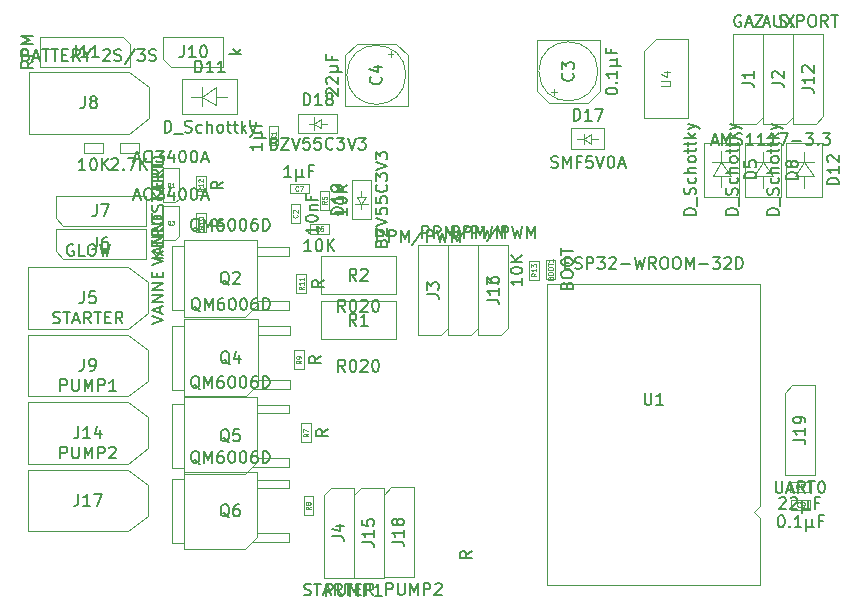
<source format=gbr>
%TF.GenerationSoftware,KiCad,Pcbnew,(6.0.9)*%
%TF.CreationDate,2023-01-31T13:38:18+01:00*%
%TF.ProjectId,jf-ecu32,6a662d65-6375-4333-922e-6b696361645f,rev?*%
%TF.SameCoordinates,Original*%
%TF.FileFunction,AssemblyDrawing,Top*%
%FSLAX46Y46*%
G04 Gerber Fmt 4.6, Leading zero omitted, Abs format (unit mm)*
G04 Created by KiCad (PCBNEW (6.0.9)) date 2023-01-31 13:38:18*
%MOMM*%
%LPD*%
G01*
G04 APERTURE LIST*
%ADD10C,0.150000*%
%ADD11C,0.060000*%
%ADD12C,0.050000*%
%ADD13C,0.120000*%
%ADD14C,0.100000*%
G04 APERTURE END LIST*
D10*
%TO.C,D17*%
X59515761Y-162932761D02*
X59658619Y-162980380D01*
X59896714Y-162980380D01*
X59991952Y-162932761D01*
X60039571Y-162885142D01*
X60087190Y-162789904D01*
X60087190Y-162694666D01*
X60039571Y-162599428D01*
X59991952Y-162551809D01*
X59896714Y-162504190D01*
X59706238Y-162456571D01*
X59611000Y-162408952D01*
X59563380Y-162361333D01*
X59515761Y-162266095D01*
X59515761Y-162170857D01*
X59563380Y-162075619D01*
X59611000Y-162028000D01*
X59706238Y-161980380D01*
X59944333Y-161980380D01*
X60087190Y-162028000D01*
X60515761Y-162980380D02*
X60515761Y-161980380D01*
X60849095Y-162694666D01*
X61182428Y-161980380D01*
X61182428Y-162980380D01*
X61991952Y-162456571D02*
X61658619Y-162456571D01*
X61658619Y-162980380D02*
X61658619Y-161980380D01*
X62134809Y-161980380D01*
X62991952Y-161980380D02*
X62515761Y-161980380D01*
X62468142Y-162456571D01*
X62515761Y-162408952D01*
X62611000Y-162361333D01*
X62849095Y-162361333D01*
X62944333Y-162408952D01*
X62991952Y-162456571D01*
X63039571Y-162551809D01*
X63039571Y-162789904D01*
X62991952Y-162885142D01*
X62944333Y-162932761D01*
X62849095Y-162980380D01*
X62611000Y-162980380D01*
X62515761Y-162932761D01*
X62468142Y-162885142D01*
X63325285Y-161980380D02*
X63658619Y-162980380D01*
X63991952Y-161980380D01*
X64515761Y-161980380D02*
X64611000Y-161980380D01*
X64706238Y-162028000D01*
X64753857Y-162075619D01*
X64801476Y-162170857D01*
X64849095Y-162361333D01*
X64849095Y-162599428D01*
X64801476Y-162789904D01*
X64753857Y-162885142D01*
X64706238Y-162932761D01*
X64611000Y-162980380D01*
X64515761Y-162980380D01*
X64420523Y-162932761D01*
X64372904Y-162885142D01*
X64325285Y-162789904D01*
X64277666Y-162599428D01*
X64277666Y-162361333D01*
X64325285Y-162170857D01*
X64372904Y-162075619D01*
X64420523Y-162028000D01*
X64515761Y-161980380D01*
X65230047Y-162694666D02*
X65706238Y-162694666D01*
X65134809Y-162980380D02*
X65468142Y-161980380D01*
X65801476Y-162980380D01*
X61396714Y-158980380D02*
X61396714Y-157980380D01*
X61634809Y-157980380D01*
X61777666Y-158028000D01*
X61872904Y-158123238D01*
X61920523Y-158218476D01*
X61968142Y-158408952D01*
X61968142Y-158551809D01*
X61920523Y-158742285D01*
X61872904Y-158837523D01*
X61777666Y-158932761D01*
X61634809Y-158980380D01*
X61396714Y-158980380D01*
X62920523Y-158980380D02*
X62349095Y-158980380D01*
X62634809Y-158980380D02*
X62634809Y-157980380D01*
X62539571Y-158123238D01*
X62444333Y-158218476D01*
X62349095Y-158266095D01*
X63253857Y-157980380D02*
X63920523Y-157980380D01*
X63491952Y-158980380D01*
%TO.C,C9*%
X78930714Y-192398380D02*
X79025952Y-192398380D01*
X79121190Y-192446000D01*
X79168809Y-192493619D01*
X79216428Y-192588857D01*
X79264047Y-192779333D01*
X79264047Y-193017428D01*
X79216428Y-193207904D01*
X79168809Y-193303142D01*
X79121190Y-193350761D01*
X79025952Y-193398380D01*
X78930714Y-193398380D01*
X78835476Y-193350761D01*
X78787857Y-193303142D01*
X78740238Y-193207904D01*
X78692619Y-193017428D01*
X78692619Y-192779333D01*
X78740238Y-192588857D01*
X78787857Y-192493619D01*
X78835476Y-192446000D01*
X78930714Y-192398380D01*
X79692619Y-193303142D02*
X79740238Y-193350761D01*
X79692619Y-193398380D01*
X79645000Y-193350761D01*
X79692619Y-193303142D01*
X79692619Y-193398380D01*
X80692619Y-193398380D02*
X80121190Y-193398380D01*
X80406904Y-193398380D02*
X80406904Y-192398380D01*
X80311666Y-192541238D01*
X80216428Y-192636476D01*
X80121190Y-192684095D01*
X81121190Y-192731714D02*
X81121190Y-193731714D01*
X81597380Y-193255523D02*
X81645000Y-193350761D01*
X81740238Y-193398380D01*
X81121190Y-193255523D02*
X81168809Y-193350761D01*
X81264047Y-193398380D01*
X81454523Y-193398380D01*
X81549761Y-193350761D01*
X81597380Y-193255523D01*
X81597380Y-192731714D01*
X82502142Y-192874571D02*
X82168809Y-192874571D01*
X82168809Y-193398380D02*
X82168809Y-192398380D01*
X82645000Y-192398380D01*
D11*
X80578333Y-191658857D02*
X80559285Y-191677904D01*
X80502142Y-191696952D01*
X80464047Y-191696952D01*
X80406904Y-191677904D01*
X80368809Y-191639809D01*
X80349761Y-191601714D01*
X80330714Y-191525523D01*
X80330714Y-191468380D01*
X80349761Y-191392190D01*
X80368809Y-191354095D01*
X80406904Y-191316000D01*
X80464047Y-191296952D01*
X80502142Y-191296952D01*
X80559285Y-191316000D01*
X80578333Y-191335047D01*
X80768809Y-191696952D02*
X80845000Y-191696952D01*
X80883095Y-191677904D01*
X80902142Y-191658857D01*
X80940238Y-191601714D01*
X80959285Y-191525523D01*
X80959285Y-191373142D01*
X80940238Y-191335047D01*
X80921190Y-191316000D01*
X80883095Y-191296952D01*
X80806904Y-191296952D01*
X80768809Y-191316000D01*
X80749761Y-191335047D01*
X80730714Y-191373142D01*
X80730714Y-191468380D01*
X80749761Y-191506476D01*
X80768809Y-191525523D01*
X80806904Y-191544571D01*
X80883095Y-191544571D01*
X80921190Y-191525523D01*
X80940238Y-191506476D01*
X80959285Y-191468380D01*
D10*
%TO.C,C8*%
X78816714Y-190969619D02*
X78864333Y-190922000D01*
X78959571Y-190874380D01*
X79197666Y-190874380D01*
X79292904Y-190922000D01*
X79340523Y-190969619D01*
X79388142Y-191064857D01*
X79388142Y-191160095D01*
X79340523Y-191302952D01*
X78769095Y-191874380D01*
X79388142Y-191874380D01*
X79769095Y-190969619D02*
X79816714Y-190922000D01*
X79911952Y-190874380D01*
X80150047Y-190874380D01*
X80245285Y-190922000D01*
X80292904Y-190969619D01*
X80340523Y-191064857D01*
X80340523Y-191160095D01*
X80292904Y-191302952D01*
X79721476Y-191874380D01*
X80340523Y-191874380D01*
X80769095Y-191207714D02*
X80769095Y-192207714D01*
X81245285Y-191731523D02*
X81292904Y-191826761D01*
X81388142Y-191874380D01*
X80769095Y-191731523D02*
X80816714Y-191826761D01*
X80911952Y-191874380D01*
X81102428Y-191874380D01*
X81197666Y-191826761D01*
X81245285Y-191731523D01*
X81245285Y-191207714D01*
X82150047Y-191350571D02*
X81816714Y-191350571D01*
X81816714Y-191874380D02*
X81816714Y-190874380D01*
X82292904Y-190874380D01*
D11*
X80464333Y-190134857D02*
X80445285Y-190153904D01*
X80388142Y-190172952D01*
X80350047Y-190172952D01*
X80292904Y-190153904D01*
X80254809Y-190115809D01*
X80235761Y-190077714D01*
X80216714Y-190001523D01*
X80216714Y-189944380D01*
X80235761Y-189868190D01*
X80254809Y-189830095D01*
X80292904Y-189792000D01*
X80350047Y-189772952D01*
X80388142Y-189772952D01*
X80445285Y-189792000D01*
X80464333Y-189811047D01*
X80692904Y-189944380D02*
X80654809Y-189925333D01*
X80635761Y-189906285D01*
X80616714Y-189868190D01*
X80616714Y-189849142D01*
X80635761Y-189811047D01*
X80654809Y-189792000D01*
X80692904Y-189772952D01*
X80769095Y-189772952D01*
X80807190Y-189792000D01*
X80826238Y-189811047D01*
X80845285Y-189849142D01*
X80845285Y-189868190D01*
X80826238Y-189906285D01*
X80807190Y-189925333D01*
X80769095Y-189944380D01*
X80692904Y-189944380D01*
X80654809Y-189963428D01*
X80635761Y-189982476D01*
X80616714Y-190020571D01*
X80616714Y-190096761D01*
X80635761Y-190134857D01*
X80654809Y-190153904D01*
X80692904Y-190172952D01*
X80769095Y-190172952D01*
X80807190Y-190153904D01*
X80826238Y-190134857D01*
X80845285Y-190096761D01*
X80845285Y-190020571D01*
X80826238Y-189982476D01*
X80807190Y-189963428D01*
X80769095Y-189944380D01*
D10*
%TO.C,Q5*%
X29754761Y-181722619D02*
X29659523Y-181675000D01*
X29564285Y-181579761D01*
X29421428Y-181436904D01*
X29326190Y-181389285D01*
X29230952Y-181389285D01*
X29278571Y-181627380D02*
X29183333Y-181579761D01*
X29088095Y-181484523D01*
X29040476Y-181294047D01*
X29040476Y-180960714D01*
X29088095Y-180770238D01*
X29183333Y-180675000D01*
X29278571Y-180627380D01*
X29469047Y-180627380D01*
X29564285Y-180675000D01*
X29659523Y-180770238D01*
X29707142Y-180960714D01*
X29707142Y-181294047D01*
X29659523Y-181484523D01*
X29564285Y-181579761D01*
X29469047Y-181627380D01*
X29278571Y-181627380D01*
X30135714Y-181627380D02*
X30135714Y-180627380D01*
X30469047Y-181341666D01*
X30802380Y-180627380D01*
X30802380Y-181627380D01*
X31707142Y-180627380D02*
X31516666Y-180627380D01*
X31421428Y-180675000D01*
X31373809Y-180722619D01*
X31278571Y-180865476D01*
X31230952Y-181055952D01*
X31230952Y-181436904D01*
X31278571Y-181532142D01*
X31326190Y-181579761D01*
X31421428Y-181627380D01*
X31611904Y-181627380D01*
X31707142Y-181579761D01*
X31754761Y-181532142D01*
X31802380Y-181436904D01*
X31802380Y-181198809D01*
X31754761Y-181103571D01*
X31707142Y-181055952D01*
X31611904Y-181008333D01*
X31421428Y-181008333D01*
X31326190Y-181055952D01*
X31278571Y-181103571D01*
X31230952Y-181198809D01*
X32421428Y-180627380D02*
X32516666Y-180627380D01*
X32611904Y-180675000D01*
X32659523Y-180722619D01*
X32707142Y-180817857D01*
X32754761Y-181008333D01*
X32754761Y-181246428D01*
X32707142Y-181436904D01*
X32659523Y-181532142D01*
X32611904Y-181579761D01*
X32516666Y-181627380D01*
X32421428Y-181627380D01*
X32326190Y-181579761D01*
X32278571Y-181532142D01*
X32230952Y-181436904D01*
X32183333Y-181246428D01*
X32183333Y-181008333D01*
X32230952Y-180817857D01*
X32278571Y-180722619D01*
X32326190Y-180675000D01*
X32421428Y-180627380D01*
X33373809Y-180627380D02*
X33469047Y-180627380D01*
X33564285Y-180675000D01*
X33611904Y-180722619D01*
X33659523Y-180817857D01*
X33707142Y-181008333D01*
X33707142Y-181246428D01*
X33659523Y-181436904D01*
X33611904Y-181532142D01*
X33564285Y-181579761D01*
X33469047Y-181627380D01*
X33373809Y-181627380D01*
X33278571Y-181579761D01*
X33230952Y-181532142D01*
X33183333Y-181436904D01*
X33135714Y-181246428D01*
X33135714Y-181008333D01*
X33183333Y-180817857D01*
X33230952Y-180722619D01*
X33278571Y-180675000D01*
X33373809Y-180627380D01*
X34564285Y-180627380D02*
X34373809Y-180627380D01*
X34278571Y-180675000D01*
X34230952Y-180722619D01*
X34135714Y-180865476D01*
X34088095Y-181055952D01*
X34088095Y-181436904D01*
X34135714Y-181532142D01*
X34183333Y-181579761D01*
X34278571Y-181627380D01*
X34469047Y-181627380D01*
X34564285Y-181579761D01*
X34611904Y-181532142D01*
X34659523Y-181436904D01*
X34659523Y-181198809D01*
X34611904Y-181103571D01*
X34564285Y-181055952D01*
X34469047Y-181008333D01*
X34278571Y-181008333D01*
X34183333Y-181055952D01*
X34135714Y-181103571D01*
X34088095Y-181198809D01*
X35088095Y-181627380D02*
X35088095Y-180627380D01*
X35326190Y-180627380D01*
X35469047Y-180675000D01*
X35564285Y-180770238D01*
X35611904Y-180865476D01*
X35659523Y-181055952D01*
X35659523Y-181198809D01*
X35611904Y-181389285D01*
X35564285Y-181484523D01*
X35469047Y-181579761D01*
X35326190Y-181627380D01*
X35088095Y-181627380D01*
X32254761Y-186222619D02*
X32159523Y-186175000D01*
X32064285Y-186079761D01*
X31921428Y-185936904D01*
X31826190Y-185889285D01*
X31730952Y-185889285D01*
X31778571Y-186127380D02*
X31683333Y-186079761D01*
X31588095Y-185984523D01*
X31540476Y-185794047D01*
X31540476Y-185460714D01*
X31588095Y-185270238D01*
X31683333Y-185175000D01*
X31778571Y-185127380D01*
X31969047Y-185127380D01*
X32064285Y-185175000D01*
X32159523Y-185270238D01*
X32207142Y-185460714D01*
X32207142Y-185794047D01*
X32159523Y-185984523D01*
X32064285Y-186079761D01*
X31969047Y-186127380D01*
X31778571Y-186127380D01*
X33111904Y-185127380D02*
X32635714Y-185127380D01*
X32588095Y-185603571D01*
X32635714Y-185555952D01*
X32730952Y-185508333D01*
X32969047Y-185508333D01*
X33064285Y-185555952D01*
X33111904Y-185603571D01*
X33159523Y-185698809D01*
X33159523Y-185936904D01*
X33111904Y-186032142D01*
X33064285Y-186079761D01*
X32969047Y-186127380D01*
X32730952Y-186127380D01*
X32635714Y-186079761D01*
X32588095Y-186032142D01*
%TO.C,Q6*%
X29754761Y-188072619D02*
X29659523Y-188025000D01*
X29564285Y-187929761D01*
X29421428Y-187786904D01*
X29326190Y-187739285D01*
X29230952Y-187739285D01*
X29278571Y-187977380D02*
X29183333Y-187929761D01*
X29088095Y-187834523D01*
X29040476Y-187644047D01*
X29040476Y-187310714D01*
X29088095Y-187120238D01*
X29183333Y-187025000D01*
X29278571Y-186977380D01*
X29469047Y-186977380D01*
X29564285Y-187025000D01*
X29659523Y-187120238D01*
X29707142Y-187310714D01*
X29707142Y-187644047D01*
X29659523Y-187834523D01*
X29564285Y-187929761D01*
X29469047Y-187977380D01*
X29278571Y-187977380D01*
X30135714Y-187977380D02*
X30135714Y-186977380D01*
X30469047Y-187691666D01*
X30802380Y-186977380D01*
X30802380Y-187977380D01*
X31707142Y-186977380D02*
X31516666Y-186977380D01*
X31421428Y-187025000D01*
X31373809Y-187072619D01*
X31278571Y-187215476D01*
X31230952Y-187405952D01*
X31230952Y-187786904D01*
X31278571Y-187882142D01*
X31326190Y-187929761D01*
X31421428Y-187977380D01*
X31611904Y-187977380D01*
X31707142Y-187929761D01*
X31754761Y-187882142D01*
X31802380Y-187786904D01*
X31802380Y-187548809D01*
X31754761Y-187453571D01*
X31707142Y-187405952D01*
X31611904Y-187358333D01*
X31421428Y-187358333D01*
X31326190Y-187405952D01*
X31278571Y-187453571D01*
X31230952Y-187548809D01*
X32421428Y-186977380D02*
X32516666Y-186977380D01*
X32611904Y-187025000D01*
X32659523Y-187072619D01*
X32707142Y-187167857D01*
X32754761Y-187358333D01*
X32754761Y-187596428D01*
X32707142Y-187786904D01*
X32659523Y-187882142D01*
X32611904Y-187929761D01*
X32516666Y-187977380D01*
X32421428Y-187977380D01*
X32326190Y-187929761D01*
X32278571Y-187882142D01*
X32230952Y-187786904D01*
X32183333Y-187596428D01*
X32183333Y-187358333D01*
X32230952Y-187167857D01*
X32278571Y-187072619D01*
X32326190Y-187025000D01*
X32421428Y-186977380D01*
X33373809Y-186977380D02*
X33469047Y-186977380D01*
X33564285Y-187025000D01*
X33611904Y-187072619D01*
X33659523Y-187167857D01*
X33707142Y-187358333D01*
X33707142Y-187596428D01*
X33659523Y-187786904D01*
X33611904Y-187882142D01*
X33564285Y-187929761D01*
X33469047Y-187977380D01*
X33373809Y-187977380D01*
X33278571Y-187929761D01*
X33230952Y-187882142D01*
X33183333Y-187786904D01*
X33135714Y-187596428D01*
X33135714Y-187358333D01*
X33183333Y-187167857D01*
X33230952Y-187072619D01*
X33278571Y-187025000D01*
X33373809Y-186977380D01*
X34564285Y-186977380D02*
X34373809Y-186977380D01*
X34278571Y-187025000D01*
X34230952Y-187072619D01*
X34135714Y-187215476D01*
X34088095Y-187405952D01*
X34088095Y-187786904D01*
X34135714Y-187882142D01*
X34183333Y-187929761D01*
X34278571Y-187977380D01*
X34469047Y-187977380D01*
X34564285Y-187929761D01*
X34611904Y-187882142D01*
X34659523Y-187786904D01*
X34659523Y-187548809D01*
X34611904Y-187453571D01*
X34564285Y-187405952D01*
X34469047Y-187358333D01*
X34278571Y-187358333D01*
X34183333Y-187405952D01*
X34135714Y-187453571D01*
X34088095Y-187548809D01*
X35088095Y-187977380D02*
X35088095Y-186977380D01*
X35326190Y-186977380D01*
X35469047Y-187025000D01*
X35564285Y-187120238D01*
X35611904Y-187215476D01*
X35659523Y-187405952D01*
X35659523Y-187548809D01*
X35611904Y-187739285D01*
X35564285Y-187834523D01*
X35469047Y-187929761D01*
X35326190Y-187977380D01*
X35088095Y-187977380D01*
X32254761Y-192572619D02*
X32159523Y-192525000D01*
X32064285Y-192429761D01*
X31921428Y-192286904D01*
X31826190Y-192239285D01*
X31730952Y-192239285D01*
X31778571Y-192477380D02*
X31683333Y-192429761D01*
X31588095Y-192334523D01*
X31540476Y-192144047D01*
X31540476Y-191810714D01*
X31588095Y-191620238D01*
X31683333Y-191525000D01*
X31778571Y-191477380D01*
X31969047Y-191477380D01*
X32064285Y-191525000D01*
X32159523Y-191620238D01*
X32207142Y-191810714D01*
X32207142Y-192144047D01*
X32159523Y-192334523D01*
X32064285Y-192429761D01*
X31969047Y-192477380D01*
X31778571Y-192477380D01*
X33064285Y-191477380D02*
X32873809Y-191477380D01*
X32778571Y-191525000D01*
X32730952Y-191572619D01*
X32635714Y-191715476D01*
X32588095Y-191905952D01*
X32588095Y-192286904D01*
X32635714Y-192382142D01*
X32683333Y-192429761D01*
X32778571Y-192477380D01*
X32969047Y-192477380D01*
X33064285Y-192429761D01*
X33111904Y-192382142D01*
X33159523Y-192286904D01*
X33159523Y-192048809D01*
X33111904Y-191953571D01*
X33064285Y-191905952D01*
X32969047Y-191858333D01*
X32778571Y-191858333D01*
X32683333Y-191905952D01*
X32635714Y-191953571D01*
X32588095Y-192048809D01*
%TO.C,R4*%
X22275000Y-162267619D02*
X22322619Y-162220000D01*
X22417857Y-162172380D01*
X22655952Y-162172380D01*
X22751190Y-162220000D01*
X22798809Y-162267619D01*
X22846428Y-162362857D01*
X22846428Y-162458095D01*
X22798809Y-162600952D01*
X22227380Y-163172380D01*
X22846428Y-163172380D01*
X23275000Y-163077142D02*
X23322619Y-163124761D01*
X23275000Y-163172380D01*
X23227380Y-163124761D01*
X23275000Y-163077142D01*
X23275000Y-163172380D01*
X23655952Y-162172380D02*
X24322619Y-162172380D01*
X23894047Y-163172380D01*
X24703571Y-163172380D02*
X24703571Y-162172380D01*
X25275000Y-163172380D02*
X24846428Y-162600952D01*
X25275000Y-162172380D02*
X24703571Y-162743809D01*
%TO.C,C2*%
X39728380Y-167949428D02*
X39728380Y-168520857D01*
X39728380Y-168235142D02*
X38728380Y-168235142D01*
X38871238Y-168330380D01*
X38966476Y-168425619D01*
X39014095Y-168520857D01*
X38728380Y-167330380D02*
X38728380Y-167235142D01*
X38776000Y-167139904D01*
X38823619Y-167092285D01*
X38918857Y-167044666D01*
X39109333Y-166997047D01*
X39347428Y-166997047D01*
X39537904Y-167044666D01*
X39633142Y-167092285D01*
X39680761Y-167139904D01*
X39728380Y-167235142D01*
X39728380Y-167330380D01*
X39680761Y-167425619D01*
X39633142Y-167473238D01*
X39537904Y-167520857D01*
X39347428Y-167568476D01*
X39109333Y-167568476D01*
X38918857Y-167520857D01*
X38823619Y-167473238D01*
X38776000Y-167425619D01*
X38728380Y-167330380D01*
X39061714Y-166568476D02*
X39728380Y-166568476D01*
X39156952Y-166568476D02*
X39109333Y-166520857D01*
X39061714Y-166425619D01*
X39061714Y-166282761D01*
X39109333Y-166187523D01*
X39204571Y-166139904D01*
X39728380Y-166139904D01*
X39204571Y-165330380D02*
X39204571Y-165663714D01*
X39728380Y-165663714D02*
X38728380Y-165663714D01*
X38728380Y-165187523D01*
D11*
X37988857Y-166944666D02*
X38007904Y-166963714D01*
X38026952Y-167020857D01*
X38026952Y-167058952D01*
X38007904Y-167116095D01*
X37969809Y-167154190D01*
X37931714Y-167173238D01*
X37855523Y-167192285D01*
X37798380Y-167192285D01*
X37722190Y-167173238D01*
X37684095Y-167154190D01*
X37646000Y-167116095D01*
X37626952Y-167058952D01*
X37626952Y-167020857D01*
X37646000Y-166963714D01*
X37665047Y-166944666D01*
X37665047Y-166792285D02*
X37646000Y-166773238D01*
X37626952Y-166735142D01*
X37626952Y-166639904D01*
X37646000Y-166601809D01*
X37665047Y-166582761D01*
X37703142Y-166563714D01*
X37741238Y-166563714D01*
X37798380Y-166582761D01*
X38026952Y-166811333D01*
X38026952Y-166563714D01*
D10*
%TO.C,BOOT1*%
X60819971Y-172947142D02*
X60867590Y-172804285D01*
X60915209Y-172756666D01*
X61010447Y-172709047D01*
X61153304Y-172709047D01*
X61248542Y-172756666D01*
X61296161Y-172804285D01*
X61343780Y-172899523D01*
X61343780Y-173280476D01*
X60343780Y-173280476D01*
X60343780Y-172947142D01*
X60391400Y-172851904D01*
X60439019Y-172804285D01*
X60534257Y-172756666D01*
X60629495Y-172756666D01*
X60724733Y-172804285D01*
X60772352Y-172851904D01*
X60819971Y-172947142D01*
X60819971Y-173280476D01*
X60343780Y-172090000D02*
X60343780Y-171899523D01*
X60391400Y-171804285D01*
X60486638Y-171709047D01*
X60677114Y-171661428D01*
X61010447Y-171661428D01*
X61200923Y-171709047D01*
X61296161Y-171804285D01*
X61343780Y-171899523D01*
X61343780Y-172090000D01*
X61296161Y-172185238D01*
X61200923Y-172280476D01*
X61010447Y-172328095D01*
X60677114Y-172328095D01*
X60486638Y-172280476D01*
X60391400Y-172185238D01*
X60343780Y-172090000D01*
X60343780Y-171042380D02*
X60343780Y-170851904D01*
X60391400Y-170756666D01*
X60486638Y-170661428D01*
X60677114Y-170613809D01*
X61010447Y-170613809D01*
X61200923Y-170661428D01*
X61296161Y-170756666D01*
X61343780Y-170851904D01*
X61343780Y-171042380D01*
X61296161Y-171137619D01*
X61200923Y-171232857D01*
X61010447Y-171280476D01*
X60677114Y-171280476D01*
X60486638Y-171232857D01*
X60391400Y-171137619D01*
X60343780Y-171042380D01*
X60343780Y-170328095D02*
X60343780Y-169756666D01*
X61343780Y-170042380D02*
X60343780Y-170042380D01*
D11*
X59432828Y-172323333D02*
X59451876Y-172266190D01*
X59470923Y-172247142D01*
X59509019Y-172228095D01*
X59566161Y-172228095D01*
X59604257Y-172247142D01*
X59623304Y-172266190D01*
X59642352Y-172304285D01*
X59642352Y-172456666D01*
X59242352Y-172456666D01*
X59242352Y-172323333D01*
X59261400Y-172285238D01*
X59280447Y-172266190D01*
X59318542Y-172247142D01*
X59356638Y-172247142D01*
X59394733Y-172266190D01*
X59413780Y-172285238D01*
X59432828Y-172323333D01*
X59432828Y-172456666D01*
X59242352Y-171980476D02*
X59242352Y-171904285D01*
X59261400Y-171866190D01*
X59299495Y-171828095D01*
X59375685Y-171809047D01*
X59509019Y-171809047D01*
X59585209Y-171828095D01*
X59623304Y-171866190D01*
X59642352Y-171904285D01*
X59642352Y-171980476D01*
X59623304Y-172018571D01*
X59585209Y-172056666D01*
X59509019Y-172075714D01*
X59375685Y-172075714D01*
X59299495Y-172056666D01*
X59261400Y-172018571D01*
X59242352Y-171980476D01*
X59242352Y-171561428D02*
X59242352Y-171485238D01*
X59261400Y-171447142D01*
X59299495Y-171409047D01*
X59375685Y-171390000D01*
X59509019Y-171390000D01*
X59585209Y-171409047D01*
X59623304Y-171447142D01*
X59642352Y-171485238D01*
X59642352Y-171561428D01*
X59623304Y-171599523D01*
X59585209Y-171637619D01*
X59509019Y-171656666D01*
X59375685Y-171656666D01*
X59299495Y-171637619D01*
X59261400Y-171599523D01*
X59242352Y-171561428D01*
X59242352Y-171275714D02*
X59242352Y-171047142D01*
X59642352Y-171161428D02*
X59242352Y-171161428D01*
X59642352Y-170704285D02*
X59642352Y-170932857D01*
X59642352Y-170818571D02*
X59242352Y-170818571D01*
X59299495Y-170856666D01*
X59337590Y-170894761D01*
X59356638Y-170932857D01*
D10*
%TO.C,C7*%
X37496533Y-163766780D02*
X36925104Y-163766780D01*
X37210819Y-163766780D02*
X37210819Y-162766780D01*
X37115580Y-162909638D01*
X37020342Y-163004876D01*
X36925104Y-163052495D01*
X37925104Y-163100114D02*
X37925104Y-164100114D01*
X38401295Y-163623923D02*
X38448914Y-163719161D01*
X38544152Y-163766780D01*
X37925104Y-163623923D02*
X37972723Y-163719161D01*
X38067961Y-163766780D01*
X38258438Y-163766780D01*
X38353676Y-163719161D01*
X38401295Y-163623923D01*
X38401295Y-163100114D01*
X39306057Y-163242971D02*
X38972723Y-163242971D01*
X38972723Y-163766780D02*
X38972723Y-162766780D01*
X39448914Y-162766780D01*
D11*
X38096533Y-164887257D02*
X38077485Y-164906304D01*
X38020342Y-164925352D01*
X37982247Y-164925352D01*
X37925104Y-164906304D01*
X37887009Y-164868209D01*
X37867961Y-164830114D01*
X37848914Y-164753923D01*
X37848914Y-164696780D01*
X37867961Y-164620590D01*
X37887009Y-164582495D01*
X37925104Y-164544400D01*
X37982247Y-164525352D01*
X38020342Y-164525352D01*
X38077485Y-164544400D01*
X38096533Y-164563447D01*
X38229866Y-164525352D02*
X38496533Y-164525352D01*
X38325104Y-164925352D01*
D10*
%TO.C,C4*%
X40551619Y-156822285D02*
X40504000Y-156774666D01*
X40456380Y-156679428D01*
X40456380Y-156441333D01*
X40504000Y-156346095D01*
X40551619Y-156298476D01*
X40646857Y-156250857D01*
X40742095Y-156250857D01*
X40884952Y-156298476D01*
X41456380Y-156869904D01*
X41456380Y-156250857D01*
X40551619Y-155869904D02*
X40504000Y-155822285D01*
X40456380Y-155727047D01*
X40456380Y-155488952D01*
X40504000Y-155393714D01*
X40551619Y-155346095D01*
X40646857Y-155298476D01*
X40742095Y-155298476D01*
X40884952Y-155346095D01*
X41456380Y-155917523D01*
X41456380Y-155298476D01*
X40789714Y-154869904D02*
X41789714Y-154869904D01*
X41313523Y-154393714D02*
X41408761Y-154346095D01*
X41456380Y-154250857D01*
X41313523Y-154869904D02*
X41408761Y-154822285D01*
X41456380Y-154727047D01*
X41456380Y-154536571D01*
X41408761Y-154441333D01*
X41313523Y-154393714D01*
X40789714Y-154393714D01*
X40932571Y-153488952D02*
X40932571Y-153822285D01*
X41456380Y-153822285D02*
X40456380Y-153822285D01*
X40456380Y-153346095D01*
X45061142Y-155274666D02*
X45108761Y-155322285D01*
X45156380Y-155465142D01*
X45156380Y-155560380D01*
X45108761Y-155703238D01*
X45013523Y-155798476D01*
X44918285Y-155846095D01*
X44727809Y-155893714D01*
X44584952Y-155893714D01*
X44394476Y-155846095D01*
X44299238Y-155798476D01*
X44204000Y-155703238D01*
X44156380Y-155560380D01*
X44156380Y-155465142D01*
X44204000Y-155322285D01*
X44251619Y-155274666D01*
X44489714Y-154417523D02*
X45156380Y-154417523D01*
X44108761Y-154655619D02*
X44823047Y-154893714D01*
X44823047Y-154274666D01*
%TO.C,J16*%
X51110000Y-168922380D02*
X51110000Y-167922380D01*
X51490952Y-167922380D01*
X51586190Y-167970000D01*
X51633809Y-168017619D01*
X51681428Y-168112857D01*
X51681428Y-168255714D01*
X51633809Y-168350952D01*
X51586190Y-168398571D01*
X51490952Y-168446190D01*
X51110000Y-168446190D01*
X52110000Y-168922380D02*
X52110000Y-167922380D01*
X52490952Y-167922380D01*
X52586190Y-167970000D01*
X52633809Y-168017619D01*
X52681428Y-168112857D01*
X52681428Y-168255714D01*
X52633809Y-168350952D01*
X52586190Y-168398571D01*
X52490952Y-168446190D01*
X52110000Y-168446190D01*
X53110000Y-168922380D02*
X53110000Y-167922380D01*
X53443333Y-168636666D01*
X53776666Y-167922380D01*
X53776666Y-168922380D01*
X54967142Y-167874761D02*
X54110000Y-169160476D01*
X55300476Y-168922380D02*
X55300476Y-167922380D01*
X55681428Y-167922380D01*
X55776666Y-167970000D01*
X55824285Y-168017619D01*
X55871904Y-168112857D01*
X55871904Y-168255714D01*
X55824285Y-168350952D01*
X55776666Y-168398571D01*
X55681428Y-168446190D01*
X55300476Y-168446190D01*
X56205238Y-167922380D02*
X56443333Y-168922380D01*
X56633809Y-168208095D01*
X56824285Y-168922380D01*
X57062380Y-167922380D01*
X57443333Y-168922380D02*
X57443333Y-167922380D01*
X57776666Y-168636666D01*
X58110000Y-167922380D01*
X58110000Y-168922380D01*
X54062380Y-174149523D02*
X54776666Y-174149523D01*
X54919523Y-174197142D01*
X55014761Y-174292380D01*
X55062380Y-174435238D01*
X55062380Y-174530476D01*
X55062380Y-173149523D02*
X55062380Y-173720952D01*
X55062380Y-173435238D02*
X54062380Y-173435238D01*
X54205238Y-173530476D01*
X54300476Y-173625714D01*
X54348095Y-173720952D01*
X54062380Y-172292380D02*
X54062380Y-172482857D01*
X54110000Y-172578095D01*
X54157619Y-172625714D01*
X54300476Y-172720952D01*
X54490952Y-172768571D01*
X54871904Y-172768571D01*
X54967142Y-172720952D01*
X55014761Y-172673333D01*
X55062380Y-172578095D01*
X55062380Y-172387619D01*
X55014761Y-172292380D01*
X54967142Y-172244761D01*
X54871904Y-172197142D01*
X54633809Y-172197142D01*
X54538571Y-172244761D01*
X54490952Y-172292380D01*
X54443333Y-172387619D01*
X54443333Y-172578095D01*
X54490952Y-172673333D01*
X54538571Y-172720952D01*
X54633809Y-172768571D01*
%TO.C,J19*%
X78497371Y-189513780D02*
X78497371Y-190323304D01*
X78544990Y-190418542D01*
X78592609Y-190466161D01*
X78687847Y-190513780D01*
X78878323Y-190513780D01*
X78973561Y-190466161D01*
X79021180Y-190418542D01*
X79068800Y-190323304D01*
X79068800Y-189513780D01*
X79497371Y-190228066D02*
X79973561Y-190228066D01*
X79402133Y-190513780D02*
X79735466Y-189513780D01*
X80068800Y-190513780D01*
X80973561Y-190513780D02*
X80640228Y-190037590D01*
X80402133Y-190513780D02*
X80402133Y-189513780D01*
X80783085Y-189513780D01*
X80878323Y-189561400D01*
X80925942Y-189609019D01*
X80973561Y-189704257D01*
X80973561Y-189847114D01*
X80925942Y-189942352D01*
X80878323Y-189989971D01*
X80783085Y-190037590D01*
X80402133Y-190037590D01*
X81259276Y-189513780D02*
X81830704Y-189513780D01*
X81544990Y-190513780D02*
X81544990Y-189513780D01*
X82354514Y-189513780D02*
X82449752Y-189513780D01*
X82544990Y-189561400D01*
X82592609Y-189609019D01*
X82640228Y-189704257D01*
X82687847Y-189894733D01*
X82687847Y-190132828D01*
X82640228Y-190323304D01*
X82592609Y-190418542D01*
X82544990Y-190466161D01*
X82449752Y-190513780D01*
X82354514Y-190513780D01*
X82259276Y-190466161D01*
X82211657Y-190418542D01*
X82164038Y-190323304D01*
X82116419Y-190132828D01*
X82116419Y-189894733D01*
X82164038Y-189704257D01*
X82211657Y-189609019D01*
X82259276Y-189561400D01*
X82354514Y-189513780D01*
X80021180Y-186000923D02*
X80735466Y-186000923D01*
X80878323Y-186048542D01*
X80973561Y-186143780D01*
X81021180Y-186286638D01*
X81021180Y-186381876D01*
X81021180Y-185000923D02*
X81021180Y-185572352D01*
X81021180Y-185286638D02*
X80021180Y-185286638D01*
X80164038Y-185381876D01*
X80259276Y-185477114D01*
X80306895Y-185572352D01*
X81021180Y-184524733D02*
X81021180Y-184334257D01*
X80973561Y-184239019D01*
X80925942Y-184191400D01*
X80783085Y-184096161D01*
X80592609Y-184048542D01*
X80211657Y-184048542D01*
X80116419Y-184096161D01*
X80068800Y-184143780D01*
X80021180Y-184239019D01*
X80021180Y-184429495D01*
X80068800Y-184524733D01*
X80116419Y-184572352D01*
X80211657Y-184619971D01*
X80449752Y-184619971D01*
X80544990Y-184572352D01*
X80592609Y-184524733D01*
X80640228Y-184429495D01*
X80640228Y-184239019D01*
X80592609Y-184143780D01*
X80544990Y-184096161D01*
X80449752Y-184048542D01*
%TO.C,R3*%
X20074523Y-163172380D02*
X19503095Y-163172380D01*
X19788809Y-163172380D02*
X19788809Y-162172380D01*
X19693571Y-162315238D01*
X19598333Y-162410476D01*
X19503095Y-162458095D01*
X20693571Y-162172380D02*
X20788809Y-162172380D01*
X20884047Y-162220000D01*
X20931666Y-162267619D01*
X20979285Y-162362857D01*
X21026904Y-162553333D01*
X21026904Y-162791428D01*
X20979285Y-162981904D01*
X20931666Y-163077142D01*
X20884047Y-163124761D01*
X20788809Y-163172380D01*
X20693571Y-163172380D01*
X20598333Y-163124761D01*
X20550714Y-163077142D01*
X20503095Y-162981904D01*
X20455476Y-162791428D01*
X20455476Y-162553333D01*
X20503095Y-162362857D01*
X20550714Y-162267619D01*
X20598333Y-162220000D01*
X20693571Y-162172380D01*
X21455476Y-163172380D02*
X21455476Y-162172380D01*
X22026904Y-163172380D02*
X21598333Y-162600952D01*
X22026904Y-162172380D02*
X21455476Y-162743809D01*
%TO.C,R11*%
X40236380Y-172473476D02*
X39760190Y-172806809D01*
X40236380Y-173044904D02*
X39236380Y-173044904D01*
X39236380Y-172663952D01*
X39284000Y-172568714D01*
X39331619Y-172521095D01*
X39426857Y-172473476D01*
X39569714Y-172473476D01*
X39664952Y-172521095D01*
X39712571Y-172568714D01*
X39760190Y-172663952D01*
X39760190Y-173044904D01*
D11*
X38534952Y-173040142D02*
X38344476Y-173173476D01*
X38534952Y-173268714D02*
X38134952Y-173268714D01*
X38134952Y-173116333D01*
X38154000Y-173078238D01*
X38173047Y-173059190D01*
X38211142Y-173040142D01*
X38268285Y-173040142D01*
X38306380Y-173059190D01*
X38325428Y-173078238D01*
X38344476Y-173116333D01*
X38344476Y-173268714D01*
X38534952Y-172659190D02*
X38534952Y-172887761D01*
X38534952Y-172773476D02*
X38134952Y-172773476D01*
X38192095Y-172811571D01*
X38230190Y-172849666D01*
X38249238Y-172887761D01*
X38534952Y-172278238D02*
X38534952Y-172506809D01*
X38534952Y-172392523D02*
X38134952Y-172392523D01*
X38192095Y-172430619D01*
X38230190Y-172468714D01*
X38249238Y-172506809D01*
D10*
%TO.C,J18*%
X45520266Y-199149780D02*
X45520266Y-198149780D01*
X45901219Y-198149780D01*
X45996457Y-198197400D01*
X46044076Y-198245019D01*
X46091695Y-198340257D01*
X46091695Y-198483114D01*
X46044076Y-198578352D01*
X45996457Y-198625971D01*
X45901219Y-198673590D01*
X45520266Y-198673590D01*
X46520266Y-198149780D02*
X46520266Y-198959304D01*
X46567885Y-199054542D01*
X46615504Y-199102161D01*
X46710742Y-199149780D01*
X46901219Y-199149780D01*
X46996457Y-199102161D01*
X47044076Y-199054542D01*
X47091695Y-198959304D01*
X47091695Y-198149780D01*
X47567885Y-199149780D02*
X47567885Y-198149780D01*
X47901219Y-198864066D01*
X48234552Y-198149780D01*
X48234552Y-199149780D01*
X48710742Y-199149780D02*
X48710742Y-198149780D01*
X49091695Y-198149780D01*
X49186933Y-198197400D01*
X49234552Y-198245019D01*
X49282171Y-198340257D01*
X49282171Y-198483114D01*
X49234552Y-198578352D01*
X49186933Y-198625971D01*
X49091695Y-198673590D01*
X48710742Y-198673590D01*
X49663123Y-198245019D02*
X49710742Y-198197400D01*
X49805980Y-198149780D01*
X50044076Y-198149780D01*
X50139314Y-198197400D01*
X50186933Y-198245019D01*
X50234552Y-198340257D01*
X50234552Y-198435495D01*
X50186933Y-198578352D01*
X49615504Y-199149780D01*
X50234552Y-199149780D01*
X46035980Y-194636923D02*
X46750266Y-194636923D01*
X46893123Y-194684542D01*
X46988361Y-194779780D01*
X47035980Y-194922638D01*
X47035980Y-195017876D01*
X47035980Y-193636923D02*
X47035980Y-194208352D01*
X47035980Y-193922638D02*
X46035980Y-193922638D01*
X46178838Y-194017876D01*
X46274076Y-194113114D01*
X46321695Y-194208352D01*
X46464552Y-193065495D02*
X46416933Y-193160733D01*
X46369314Y-193208352D01*
X46274076Y-193255971D01*
X46226457Y-193255971D01*
X46131219Y-193208352D01*
X46083600Y-193160733D01*
X46035980Y-193065495D01*
X46035980Y-192875019D01*
X46083600Y-192779780D01*
X46131219Y-192732161D01*
X46226457Y-192684542D01*
X46274076Y-192684542D01*
X46369314Y-192732161D01*
X46416933Y-192779780D01*
X46464552Y-192875019D01*
X46464552Y-193065495D01*
X46512171Y-193160733D01*
X46559790Y-193208352D01*
X46655028Y-193255971D01*
X46845504Y-193255971D01*
X46940742Y-193208352D01*
X46988361Y-193160733D01*
X47035980Y-193065495D01*
X47035980Y-192875019D01*
X46988361Y-192779780D01*
X46940742Y-192732161D01*
X46845504Y-192684542D01*
X46655028Y-192684542D01*
X46559790Y-192732161D01*
X46512171Y-192779780D01*
X46464552Y-192875019D01*
%TO.C,J7*%
X25673380Y-171243047D02*
X26673380Y-170909714D01*
X25673380Y-170576380D01*
X26387666Y-170290666D02*
X26387666Y-169814476D01*
X26673380Y-170385904D02*
X25673380Y-170052571D01*
X26673380Y-169719238D01*
X26673380Y-169385904D02*
X25673380Y-169385904D01*
X26673380Y-168814476D01*
X25673380Y-168814476D01*
X26673380Y-168338285D02*
X25673380Y-168338285D01*
X26673380Y-167766857D01*
X25673380Y-167766857D01*
X26149571Y-167290666D02*
X26149571Y-166957333D01*
X26673380Y-166814476D02*
X26673380Y-167290666D01*
X25673380Y-167290666D01*
X25673380Y-166814476D01*
X26673380Y-165624000D02*
X25673380Y-165624000D01*
X26673380Y-165052571D02*
X26101952Y-165481142D01*
X25673380Y-165052571D02*
X26244809Y-165624000D01*
X26149571Y-164624000D02*
X26149571Y-164290666D01*
X26673380Y-164147809D02*
X26673380Y-164624000D01*
X25673380Y-164624000D01*
X25673380Y-164147809D01*
X26673380Y-163147809D02*
X26197190Y-163481142D01*
X26673380Y-163719238D02*
X25673380Y-163719238D01*
X25673380Y-163338285D01*
X25721000Y-163243047D01*
X25768619Y-163195428D01*
X25863857Y-163147809D01*
X26006714Y-163147809D01*
X26101952Y-163195428D01*
X26149571Y-163243047D01*
X26197190Y-163338285D01*
X26197190Y-163719238D01*
X25673380Y-162528761D02*
X25673380Y-162338285D01*
X25721000Y-162243047D01*
X25816238Y-162147809D01*
X26006714Y-162100190D01*
X26340047Y-162100190D01*
X26530523Y-162147809D01*
X26625761Y-162243047D01*
X26673380Y-162338285D01*
X26673380Y-162528761D01*
X26625761Y-162624000D01*
X26530523Y-162719238D01*
X26340047Y-162766857D01*
X26006714Y-162766857D01*
X25816238Y-162719238D01*
X25721000Y-162624000D01*
X25673380Y-162528761D01*
X21017666Y-166076380D02*
X21017666Y-166790666D01*
X20970047Y-166933523D01*
X20874809Y-167028761D01*
X20731952Y-167076380D01*
X20636714Y-167076380D01*
X21398619Y-166076380D02*
X22065285Y-166076380D01*
X21636714Y-167076380D01*
%TO.C,D12*%
X78776780Y-166972523D02*
X77776780Y-166972523D01*
X77776780Y-166734428D01*
X77824400Y-166591571D01*
X77919638Y-166496333D01*
X78014876Y-166448714D01*
X78205352Y-166401095D01*
X78348209Y-166401095D01*
X78538685Y-166448714D01*
X78633923Y-166496333D01*
X78729161Y-166591571D01*
X78776780Y-166734428D01*
X78776780Y-166972523D01*
X78872019Y-166210619D02*
X78872019Y-165448714D01*
X78729161Y-165258238D02*
X78776780Y-165115380D01*
X78776780Y-164877285D01*
X78729161Y-164782047D01*
X78681542Y-164734428D01*
X78586304Y-164686809D01*
X78491066Y-164686809D01*
X78395828Y-164734428D01*
X78348209Y-164782047D01*
X78300590Y-164877285D01*
X78252971Y-165067761D01*
X78205352Y-165163000D01*
X78157733Y-165210619D01*
X78062495Y-165258238D01*
X77967257Y-165258238D01*
X77872019Y-165210619D01*
X77824400Y-165163000D01*
X77776780Y-165067761D01*
X77776780Y-164829666D01*
X77824400Y-164686809D01*
X78729161Y-163829666D02*
X78776780Y-163924904D01*
X78776780Y-164115380D01*
X78729161Y-164210619D01*
X78681542Y-164258238D01*
X78586304Y-164305857D01*
X78300590Y-164305857D01*
X78205352Y-164258238D01*
X78157733Y-164210619D01*
X78110114Y-164115380D01*
X78110114Y-163924904D01*
X78157733Y-163829666D01*
X78776780Y-163401095D02*
X77776780Y-163401095D01*
X78776780Y-162972523D02*
X78252971Y-162972523D01*
X78157733Y-163020142D01*
X78110114Y-163115380D01*
X78110114Y-163258238D01*
X78157733Y-163353476D01*
X78205352Y-163401095D01*
X78776780Y-162353476D02*
X78729161Y-162448714D01*
X78681542Y-162496333D01*
X78586304Y-162543952D01*
X78300590Y-162543952D01*
X78205352Y-162496333D01*
X78157733Y-162448714D01*
X78110114Y-162353476D01*
X78110114Y-162210619D01*
X78157733Y-162115380D01*
X78205352Y-162067761D01*
X78300590Y-162020142D01*
X78586304Y-162020142D01*
X78681542Y-162067761D01*
X78729161Y-162115380D01*
X78776780Y-162210619D01*
X78776780Y-162353476D01*
X78110114Y-161734428D02*
X78110114Y-161353476D01*
X77776780Y-161591571D02*
X78633923Y-161591571D01*
X78729161Y-161543952D01*
X78776780Y-161448714D01*
X78776780Y-161353476D01*
X78110114Y-161163000D02*
X78110114Y-160782047D01*
X77776780Y-161020142D02*
X78633923Y-161020142D01*
X78729161Y-160972523D01*
X78776780Y-160877285D01*
X78776780Y-160782047D01*
X78776780Y-160448714D02*
X77776780Y-160448714D01*
X78395828Y-160353476D02*
X78776780Y-160067761D01*
X78110114Y-160067761D02*
X78491066Y-160448714D01*
X78110114Y-159734428D02*
X78776780Y-159496333D01*
X78110114Y-159258238D02*
X78776780Y-159496333D01*
X79014876Y-159591571D01*
X79062495Y-159639190D01*
X79110114Y-159734428D01*
X83876780Y-164377285D02*
X82876780Y-164377285D01*
X82876780Y-164139190D01*
X82924400Y-163996333D01*
X83019638Y-163901095D01*
X83114876Y-163853476D01*
X83305352Y-163805857D01*
X83448209Y-163805857D01*
X83638685Y-163853476D01*
X83733923Y-163901095D01*
X83829161Y-163996333D01*
X83876780Y-164139190D01*
X83876780Y-164377285D01*
X83876780Y-162853476D02*
X83876780Y-163424904D01*
X83876780Y-163139190D02*
X82876780Y-163139190D01*
X83019638Y-163234428D01*
X83114876Y-163329666D01*
X83162495Y-163424904D01*
X82972019Y-162472523D02*
X82924400Y-162424904D01*
X82876780Y-162329666D01*
X82876780Y-162091571D01*
X82924400Y-161996333D01*
X82972019Y-161948714D01*
X83067257Y-161901095D01*
X83162495Y-161901095D01*
X83305352Y-161948714D01*
X83876780Y-162520142D01*
X83876780Y-161901095D01*
%TO.C,J4*%
X38575028Y-199132161D02*
X38717885Y-199179780D01*
X38955980Y-199179780D01*
X39051219Y-199132161D01*
X39098838Y-199084542D01*
X39146457Y-198989304D01*
X39146457Y-198894066D01*
X39098838Y-198798828D01*
X39051219Y-198751209D01*
X38955980Y-198703590D01*
X38765504Y-198655971D01*
X38670266Y-198608352D01*
X38622647Y-198560733D01*
X38575028Y-198465495D01*
X38575028Y-198370257D01*
X38622647Y-198275019D01*
X38670266Y-198227400D01*
X38765504Y-198179780D01*
X39003600Y-198179780D01*
X39146457Y-198227400D01*
X39432171Y-198179780D02*
X40003600Y-198179780D01*
X39717885Y-199179780D02*
X39717885Y-198179780D01*
X40289314Y-198894066D02*
X40765504Y-198894066D01*
X40194076Y-199179780D02*
X40527409Y-198179780D01*
X40860742Y-199179780D01*
X41765504Y-199179780D02*
X41432171Y-198703590D01*
X41194076Y-199179780D02*
X41194076Y-198179780D01*
X41575028Y-198179780D01*
X41670266Y-198227400D01*
X41717885Y-198275019D01*
X41765504Y-198370257D01*
X41765504Y-198513114D01*
X41717885Y-198608352D01*
X41670266Y-198655971D01*
X41575028Y-198703590D01*
X41194076Y-198703590D01*
X42051219Y-198179780D02*
X42622647Y-198179780D01*
X42336933Y-199179780D02*
X42336933Y-198179780D01*
X42955980Y-198655971D02*
X43289314Y-198655971D01*
X43432171Y-199179780D02*
X42955980Y-199179780D01*
X42955980Y-198179780D01*
X43432171Y-198179780D01*
X44432171Y-199179780D02*
X44098838Y-198703590D01*
X43860742Y-199179780D02*
X43860742Y-198179780D01*
X44241695Y-198179780D01*
X44336933Y-198227400D01*
X44384552Y-198275019D01*
X44432171Y-198370257D01*
X44432171Y-198513114D01*
X44384552Y-198608352D01*
X44336933Y-198655971D01*
X44241695Y-198703590D01*
X43860742Y-198703590D01*
X40955980Y-194190733D02*
X41670266Y-194190733D01*
X41813123Y-194238352D01*
X41908361Y-194333590D01*
X41955980Y-194476447D01*
X41955980Y-194571685D01*
X41289314Y-193285971D02*
X41955980Y-193285971D01*
X40908361Y-193524066D02*
X41622647Y-193762161D01*
X41622647Y-193143114D01*
%TO.C,J15*%
X40440266Y-199194780D02*
X40440266Y-198194780D01*
X40821219Y-198194780D01*
X40916457Y-198242400D01*
X40964076Y-198290019D01*
X41011695Y-198385257D01*
X41011695Y-198528114D01*
X40964076Y-198623352D01*
X40916457Y-198670971D01*
X40821219Y-198718590D01*
X40440266Y-198718590D01*
X41440266Y-198194780D02*
X41440266Y-199004304D01*
X41487885Y-199099542D01*
X41535504Y-199147161D01*
X41630742Y-199194780D01*
X41821219Y-199194780D01*
X41916457Y-199147161D01*
X41964076Y-199099542D01*
X42011695Y-199004304D01*
X42011695Y-198194780D01*
X42487885Y-199194780D02*
X42487885Y-198194780D01*
X42821219Y-198909066D01*
X43154552Y-198194780D01*
X43154552Y-199194780D01*
X43630742Y-199194780D02*
X43630742Y-198194780D01*
X44011695Y-198194780D01*
X44106933Y-198242400D01*
X44154552Y-198290019D01*
X44202171Y-198385257D01*
X44202171Y-198528114D01*
X44154552Y-198623352D01*
X44106933Y-198670971D01*
X44011695Y-198718590D01*
X43630742Y-198718590D01*
X45154552Y-199194780D02*
X44583123Y-199194780D01*
X44868838Y-199194780D02*
X44868838Y-198194780D01*
X44773600Y-198337638D01*
X44678361Y-198432876D01*
X44583123Y-198480495D01*
X43495980Y-194666923D02*
X44210266Y-194666923D01*
X44353123Y-194714542D01*
X44448361Y-194809780D01*
X44495980Y-194952638D01*
X44495980Y-195047876D01*
X44495980Y-193666923D02*
X44495980Y-194238352D01*
X44495980Y-193952638D02*
X43495980Y-193952638D01*
X43638838Y-194047876D01*
X43734076Y-194143114D01*
X43781695Y-194238352D01*
X43495980Y-192762161D02*
X43495980Y-193238352D01*
X43972171Y-193285971D01*
X43924552Y-193238352D01*
X43876933Y-193143114D01*
X43876933Y-192905019D01*
X43924552Y-192809780D01*
X43972171Y-192762161D01*
X44067409Y-192714542D01*
X44305504Y-192714542D01*
X44400742Y-192762161D01*
X44448361Y-192809780D01*
X44495980Y-192905019D01*
X44495980Y-193143114D01*
X44448361Y-193238352D01*
X44400742Y-193285971D01*
%TO.C,J10*%
X33262380Y-153328666D02*
X32262380Y-153328666D01*
X32881428Y-153233428D02*
X33262380Y-152947714D01*
X32595714Y-152947714D02*
X32976666Y-153328666D01*
X28400476Y-152614380D02*
X28400476Y-153328666D01*
X28352857Y-153471523D01*
X28257619Y-153566761D01*
X28114761Y-153614380D01*
X28019523Y-153614380D01*
X29400476Y-153614380D02*
X28829047Y-153614380D01*
X29114761Y-153614380D02*
X29114761Y-152614380D01*
X29019523Y-152757238D01*
X28924285Y-152852476D01*
X28829047Y-152900095D01*
X30019523Y-152614380D02*
X30114761Y-152614380D01*
X30210000Y-152662000D01*
X30257619Y-152709619D01*
X30305238Y-152804857D01*
X30352857Y-152995333D01*
X30352857Y-153233428D01*
X30305238Y-153423904D01*
X30257619Y-153519142D01*
X30210000Y-153566761D01*
X30114761Y-153614380D01*
X30019523Y-153614380D01*
X29924285Y-153566761D01*
X29876666Y-153519142D01*
X29829047Y-153423904D01*
X29781428Y-153233428D01*
X29781428Y-152995333D01*
X29829047Y-152804857D01*
X29876666Y-152709619D01*
X29924285Y-152662000D01*
X30019523Y-152614380D01*
%TO.C,R7*%
X40617380Y-185110476D02*
X40141190Y-185443809D01*
X40617380Y-185681904D02*
X39617380Y-185681904D01*
X39617380Y-185300952D01*
X39665000Y-185205714D01*
X39712619Y-185158095D01*
X39807857Y-185110476D01*
X39950714Y-185110476D01*
X40045952Y-185158095D01*
X40093571Y-185205714D01*
X40141190Y-185300952D01*
X40141190Y-185681904D01*
D11*
X38915952Y-185486666D02*
X38725476Y-185620000D01*
X38915952Y-185715238D02*
X38515952Y-185715238D01*
X38515952Y-185562857D01*
X38535000Y-185524761D01*
X38554047Y-185505714D01*
X38592142Y-185486666D01*
X38649285Y-185486666D01*
X38687380Y-185505714D01*
X38706428Y-185524761D01*
X38725476Y-185562857D01*
X38725476Y-185715238D01*
X38515952Y-185353333D02*
X38515952Y-185086666D01*
X38915952Y-185258095D01*
D10*
%TO.C,R12*%
X31727380Y-164155476D02*
X31251190Y-164488809D01*
X31727380Y-164726904D02*
X30727380Y-164726904D01*
X30727380Y-164345952D01*
X30775000Y-164250714D01*
X30822619Y-164203095D01*
X30917857Y-164155476D01*
X31060714Y-164155476D01*
X31155952Y-164203095D01*
X31203571Y-164250714D01*
X31251190Y-164345952D01*
X31251190Y-164726904D01*
D11*
X30025952Y-164722142D02*
X29835476Y-164855476D01*
X30025952Y-164950714D02*
X29625952Y-164950714D01*
X29625952Y-164798333D01*
X29645000Y-164760238D01*
X29664047Y-164741190D01*
X29702142Y-164722142D01*
X29759285Y-164722142D01*
X29797380Y-164741190D01*
X29816428Y-164760238D01*
X29835476Y-164798333D01*
X29835476Y-164950714D01*
X30025952Y-164341190D02*
X30025952Y-164569761D01*
X30025952Y-164455476D02*
X29625952Y-164455476D01*
X29683095Y-164493571D01*
X29721190Y-164531666D01*
X29740238Y-164569761D01*
X29664047Y-164188809D02*
X29645000Y-164169761D01*
X29625952Y-164131666D01*
X29625952Y-164036428D01*
X29645000Y-163998333D01*
X29664047Y-163979285D01*
X29702142Y-163960238D01*
X29740238Y-163960238D01*
X29797380Y-163979285D01*
X30025952Y-164207857D01*
X30025952Y-163960238D01*
D10*
%TO.C,J9*%
X17351428Y-176109761D02*
X17494285Y-176157380D01*
X17732380Y-176157380D01*
X17827619Y-176109761D01*
X17875238Y-176062142D01*
X17922857Y-175966904D01*
X17922857Y-175871666D01*
X17875238Y-175776428D01*
X17827619Y-175728809D01*
X17732380Y-175681190D01*
X17541904Y-175633571D01*
X17446666Y-175585952D01*
X17399047Y-175538333D01*
X17351428Y-175443095D01*
X17351428Y-175347857D01*
X17399047Y-175252619D01*
X17446666Y-175205000D01*
X17541904Y-175157380D01*
X17780000Y-175157380D01*
X17922857Y-175205000D01*
X18208571Y-175157380D02*
X18780000Y-175157380D01*
X18494285Y-176157380D02*
X18494285Y-175157380D01*
X19065714Y-175871666D02*
X19541904Y-175871666D01*
X18970476Y-176157380D02*
X19303809Y-175157380D01*
X19637142Y-176157380D01*
X20541904Y-176157380D02*
X20208571Y-175681190D01*
X19970476Y-176157380D02*
X19970476Y-175157380D01*
X20351428Y-175157380D01*
X20446666Y-175205000D01*
X20494285Y-175252619D01*
X20541904Y-175347857D01*
X20541904Y-175490714D01*
X20494285Y-175585952D01*
X20446666Y-175633571D01*
X20351428Y-175681190D01*
X19970476Y-175681190D01*
X20827619Y-175157380D02*
X21399047Y-175157380D01*
X21113333Y-176157380D02*
X21113333Y-175157380D01*
X21732380Y-175633571D02*
X22065714Y-175633571D01*
X22208571Y-176157380D02*
X21732380Y-176157380D01*
X21732380Y-175157380D01*
X22208571Y-175157380D01*
X23208571Y-176157380D02*
X22875238Y-175681190D01*
X22637142Y-176157380D02*
X22637142Y-175157380D01*
X23018095Y-175157380D01*
X23113333Y-175205000D01*
X23160952Y-175252619D01*
X23208571Y-175347857D01*
X23208571Y-175490714D01*
X23160952Y-175585952D01*
X23113333Y-175633571D01*
X23018095Y-175681190D01*
X22637142Y-175681190D01*
X19946666Y-179157380D02*
X19946666Y-179871666D01*
X19899047Y-180014523D01*
X19803809Y-180109761D01*
X19660952Y-180157380D01*
X19565714Y-180157380D01*
X20470476Y-180157380D02*
X20660952Y-180157380D01*
X20756190Y-180109761D01*
X20803809Y-180062142D01*
X20899047Y-179919285D01*
X20946666Y-179728809D01*
X20946666Y-179347857D01*
X20899047Y-179252619D01*
X20851428Y-179205000D01*
X20756190Y-179157380D01*
X20565714Y-179157380D01*
X20470476Y-179205000D01*
X20422857Y-179252619D01*
X20375238Y-179347857D01*
X20375238Y-179585952D01*
X20422857Y-179681190D01*
X20470476Y-179728809D01*
X20565714Y-179776428D01*
X20756190Y-179776428D01*
X20851428Y-179728809D01*
X20899047Y-179681190D01*
X20946666Y-179585952D01*
%TO.C,Q4*%
X29789761Y-175117619D02*
X29694523Y-175070000D01*
X29599285Y-174974761D01*
X29456428Y-174831904D01*
X29361190Y-174784285D01*
X29265952Y-174784285D01*
X29313571Y-175022380D02*
X29218333Y-174974761D01*
X29123095Y-174879523D01*
X29075476Y-174689047D01*
X29075476Y-174355714D01*
X29123095Y-174165238D01*
X29218333Y-174070000D01*
X29313571Y-174022380D01*
X29504047Y-174022380D01*
X29599285Y-174070000D01*
X29694523Y-174165238D01*
X29742142Y-174355714D01*
X29742142Y-174689047D01*
X29694523Y-174879523D01*
X29599285Y-174974761D01*
X29504047Y-175022380D01*
X29313571Y-175022380D01*
X30170714Y-175022380D02*
X30170714Y-174022380D01*
X30504047Y-174736666D01*
X30837380Y-174022380D01*
X30837380Y-175022380D01*
X31742142Y-174022380D02*
X31551666Y-174022380D01*
X31456428Y-174070000D01*
X31408809Y-174117619D01*
X31313571Y-174260476D01*
X31265952Y-174450952D01*
X31265952Y-174831904D01*
X31313571Y-174927142D01*
X31361190Y-174974761D01*
X31456428Y-175022380D01*
X31646904Y-175022380D01*
X31742142Y-174974761D01*
X31789761Y-174927142D01*
X31837380Y-174831904D01*
X31837380Y-174593809D01*
X31789761Y-174498571D01*
X31742142Y-174450952D01*
X31646904Y-174403333D01*
X31456428Y-174403333D01*
X31361190Y-174450952D01*
X31313571Y-174498571D01*
X31265952Y-174593809D01*
X32456428Y-174022380D02*
X32551666Y-174022380D01*
X32646904Y-174070000D01*
X32694523Y-174117619D01*
X32742142Y-174212857D01*
X32789761Y-174403333D01*
X32789761Y-174641428D01*
X32742142Y-174831904D01*
X32694523Y-174927142D01*
X32646904Y-174974761D01*
X32551666Y-175022380D01*
X32456428Y-175022380D01*
X32361190Y-174974761D01*
X32313571Y-174927142D01*
X32265952Y-174831904D01*
X32218333Y-174641428D01*
X32218333Y-174403333D01*
X32265952Y-174212857D01*
X32313571Y-174117619D01*
X32361190Y-174070000D01*
X32456428Y-174022380D01*
X33408809Y-174022380D02*
X33504047Y-174022380D01*
X33599285Y-174070000D01*
X33646904Y-174117619D01*
X33694523Y-174212857D01*
X33742142Y-174403333D01*
X33742142Y-174641428D01*
X33694523Y-174831904D01*
X33646904Y-174927142D01*
X33599285Y-174974761D01*
X33504047Y-175022380D01*
X33408809Y-175022380D01*
X33313571Y-174974761D01*
X33265952Y-174927142D01*
X33218333Y-174831904D01*
X33170714Y-174641428D01*
X33170714Y-174403333D01*
X33218333Y-174212857D01*
X33265952Y-174117619D01*
X33313571Y-174070000D01*
X33408809Y-174022380D01*
X34599285Y-174022380D02*
X34408809Y-174022380D01*
X34313571Y-174070000D01*
X34265952Y-174117619D01*
X34170714Y-174260476D01*
X34123095Y-174450952D01*
X34123095Y-174831904D01*
X34170714Y-174927142D01*
X34218333Y-174974761D01*
X34313571Y-175022380D01*
X34504047Y-175022380D01*
X34599285Y-174974761D01*
X34646904Y-174927142D01*
X34694523Y-174831904D01*
X34694523Y-174593809D01*
X34646904Y-174498571D01*
X34599285Y-174450952D01*
X34504047Y-174403333D01*
X34313571Y-174403333D01*
X34218333Y-174450952D01*
X34170714Y-174498571D01*
X34123095Y-174593809D01*
X35123095Y-175022380D02*
X35123095Y-174022380D01*
X35361190Y-174022380D01*
X35504047Y-174070000D01*
X35599285Y-174165238D01*
X35646904Y-174260476D01*
X35694523Y-174450952D01*
X35694523Y-174593809D01*
X35646904Y-174784285D01*
X35599285Y-174879523D01*
X35504047Y-174974761D01*
X35361190Y-175022380D01*
X35123095Y-175022380D01*
X32289761Y-179617619D02*
X32194523Y-179570000D01*
X32099285Y-179474761D01*
X31956428Y-179331904D01*
X31861190Y-179284285D01*
X31765952Y-179284285D01*
X31813571Y-179522380D02*
X31718333Y-179474761D01*
X31623095Y-179379523D01*
X31575476Y-179189047D01*
X31575476Y-178855714D01*
X31623095Y-178665238D01*
X31718333Y-178570000D01*
X31813571Y-178522380D01*
X32004047Y-178522380D01*
X32099285Y-178570000D01*
X32194523Y-178665238D01*
X32242142Y-178855714D01*
X32242142Y-179189047D01*
X32194523Y-179379523D01*
X32099285Y-179474761D01*
X32004047Y-179522380D01*
X31813571Y-179522380D01*
X33099285Y-178855714D02*
X33099285Y-179522380D01*
X32861190Y-178474761D02*
X32623095Y-179189047D01*
X33242142Y-179189047D01*
%TO.C,R2*%
X42060952Y-175157380D02*
X41727619Y-174681190D01*
X41489523Y-175157380D02*
X41489523Y-174157380D01*
X41870476Y-174157380D01*
X41965714Y-174205000D01*
X42013333Y-174252619D01*
X42060952Y-174347857D01*
X42060952Y-174490714D01*
X42013333Y-174585952D01*
X41965714Y-174633571D01*
X41870476Y-174681190D01*
X41489523Y-174681190D01*
X42680000Y-174157380D02*
X42775238Y-174157380D01*
X42870476Y-174205000D01*
X42918095Y-174252619D01*
X42965714Y-174347857D01*
X43013333Y-174538333D01*
X43013333Y-174776428D01*
X42965714Y-174966904D01*
X42918095Y-175062142D01*
X42870476Y-175109761D01*
X42775238Y-175157380D01*
X42680000Y-175157380D01*
X42584761Y-175109761D01*
X42537142Y-175062142D01*
X42489523Y-174966904D01*
X42441904Y-174776428D01*
X42441904Y-174538333D01*
X42489523Y-174347857D01*
X42537142Y-174252619D01*
X42584761Y-174205000D01*
X42680000Y-174157380D01*
X43394285Y-174252619D02*
X43441904Y-174205000D01*
X43537142Y-174157380D01*
X43775238Y-174157380D01*
X43870476Y-174205000D01*
X43918095Y-174252619D01*
X43965714Y-174347857D01*
X43965714Y-174443095D01*
X43918095Y-174585952D01*
X43346666Y-175157380D01*
X43965714Y-175157380D01*
X44584761Y-174157380D02*
X44680000Y-174157380D01*
X44775238Y-174205000D01*
X44822857Y-174252619D01*
X44870476Y-174347857D01*
X44918095Y-174538333D01*
X44918095Y-174776428D01*
X44870476Y-174966904D01*
X44822857Y-175062142D01*
X44775238Y-175109761D01*
X44680000Y-175157380D01*
X44584761Y-175157380D01*
X44489523Y-175109761D01*
X44441904Y-175062142D01*
X44394285Y-174966904D01*
X44346666Y-174776428D01*
X44346666Y-174538333D01*
X44394285Y-174347857D01*
X44441904Y-174252619D01*
X44489523Y-174205000D01*
X44584761Y-174157380D01*
X43013333Y-172537380D02*
X42680000Y-172061190D01*
X42441904Y-172537380D02*
X42441904Y-171537380D01*
X42822857Y-171537380D01*
X42918095Y-171585000D01*
X42965714Y-171632619D01*
X43013333Y-171727857D01*
X43013333Y-171870714D01*
X42965714Y-171965952D01*
X42918095Y-172013571D01*
X42822857Y-172061190D01*
X42441904Y-172061190D01*
X43394285Y-171632619D02*
X43441904Y-171585000D01*
X43537142Y-171537380D01*
X43775238Y-171537380D01*
X43870476Y-171585000D01*
X43918095Y-171632619D01*
X43965714Y-171727857D01*
X43965714Y-171823095D01*
X43918095Y-171965952D01*
X43346666Y-172537380D01*
X43965714Y-172537380D01*
%TO.C,D11*%
X26778676Y-159998980D02*
X26778676Y-158998980D01*
X27016771Y-158998980D01*
X27159628Y-159046600D01*
X27254866Y-159141838D01*
X27302485Y-159237076D01*
X27350104Y-159427552D01*
X27350104Y-159570409D01*
X27302485Y-159760885D01*
X27254866Y-159856123D01*
X27159628Y-159951361D01*
X27016771Y-159998980D01*
X26778676Y-159998980D01*
X27540580Y-160094219D02*
X28302485Y-160094219D01*
X28492961Y-159951361D02*
X28635819Y-159998980D01*
X28873914Y-159998980D01*
X28969152Y-159951361D01*
X29016771Y-159903742D01*
X29064390Y-159808504D01*
X29064390Y-159713266D01*
X29016771Y-159618028D01*
X28969152Y-159570409D01*
X28873914Y-159522790D01*
X28683438Y-159475171D01*
X28588200Y-159427552D01*
X28540580Y-159379933D01*
X28492961Y-159284695D01*
X28492961Y-159189457D01*
X28540580Y-159094219D01*
X28588200Y-159046600D01*
X28683438Y-158998980D01*
X28921533Y-158998980D01*
X29064390Y-159046600D01*
X29921533Y-159951361D02*
X29826295Y-159998980D01*
X29635819Y-159998980D01*
X29540580Y-159951361D01*
X29492961Y-159903742D01*
X29445342Y-159808504D01*
X29445342Y-159522790D01*
X29492961Y-159427552D01*
X29540580Y-159379933D01*
X29635819Y-159332314D01*
X29826295Y-159332314D01*
X29921533Y-159379933D01*
X30350104Y-159998980D02*
X30350104Y-158998980D01*
X30778676Y-159998980D02*
X30778676Y-159475171D01*
X30731057Y-159379933D01*
X30635819Y-159332314D01*
X30492961Y-159332314D01*
X30397723Y-159379933D01*
X30350104Y-159427552D01*
X31397723Y-159998980D02*
X31302485Y-159951361D01*
X31254866Y-159903742D01*
X31207247Y-159808504D01*
X31207247Y-159522790D01*
X31254866Y-159427552D01*
X31302485Y-159379933D01*
X31397723Y-159332314D01*
X31540580Y-159332314D01*
X31635819Y-159379933D01*
X31683438Y-159427552D01*
X31731057Y-159522790D01*
X31731057Y-159808504D01*
X31683438Y-159903742D01*
X31635819Y-159951361D01*
X31540580Y-159998980D01*
X31397723Y-159998980D01*
X32016771Y-159332314D02*
X32397723Y-159332314D01*
X32159628Y-158998980D02*
X32159628Y-159856123D01*
X32207247Y-159951361D01*
X32302485Y-159998980D01*
X32397723Y-159998980D01*
X32588200Y-159332314D02*
X32969152Y-159332314D01*
X32731057Y-158998980D02*
X32731057Y-159856123D01*
X32778676Y-159951361D01*
X32873914Y-159998980D01*
X32969152Y-159998980D01*
X33302485Y-159998980D02*
X33302485Y-158998980D01*
X33397723Y-159618028D02*
X33683438Y-159998980D01*
X33683438Y-159332314D02*
X33302485Y-159713266D01*
X34016771Y-159332314D02*
X34254866Y-159998980D01*
X34492961Y-159332314D02*
X34254866Y-159998980D01*
X34159628Y-160237076D01*
X34112009Y-160284695D01*
X34016771Y-160332314D01*
X29373914Y-154898980D02*
X29373914Y-153898980D01*
X29612009Y-153898980D01*
X29754866Y-153946600D01*
X29850104Y-154041838D01*
X29897723Y-154137076D01*
X29945342Y-154327552D01*
X29945342Y-154470409D01*
X29897723Y-154660885D01*
X29850104Y-154756123D01*
X29754866Y-154851361D01*
X29612009Y-154898980D01*
X29373914Y-154898980D01*
X30897723Y-154898980D02*
X30326295Y-154898980D01*
X30612009Y-154898980D02*
X30612009Y-153898980D01*
X30516771Y-154041838D01*
X30421533Y-154137076D01*
X30326295Y-154184695D01*
X31850104Y-154898980D02*
X31278676Y-154898980D01*
X31564390Y-154898980D02*
X31564390Y-153898980D01*
X31469152Y-154041838D01*
X31373914Y-154137076D01*
X31278676Y-154184695D01*
%TO.C,J6*%
X25673380Y-176203714D02*
X26673380Y-175870380D01*
X25673380Y-175537047D01*
X26387666Y-175251333D02*
X26387666Y-174775142D01*
X26673380Y-175346571D02*
X25673380Y-175013238D01*
X26673380Y-174679904D01*
X26673380Y-174346571D02*
X25673380Y-174346571D01*
X26673380Y-173775142D01*
X25673380Y-173775142D01*
X26673380Y-173298952D02*
X25673380Y-173298952D01*
X26673380Y-172727523D01*
X25673380Y-172727523D01*
X26149571Y-172251333D02*
X26149571Y-171918000D01*
X26673380Y-171775142D02*
X26673380Y-172251333D01*
X25673380Y-172251333D01*
X25673380Y-171775142D01*
X26673380Y-170584666D02*
X25673380Y-170584666D01*
X26673380Y-170013238D02*
X26101952Y-170441809D01*
X25673380Y-170013238D02*
X26244809Y-170584666D01*
X26149571Y-169584666D02*
X26149571Y-169251333D01*
X26673380Y-169108476D02*
X26673380Y-169584666D01*
X25673380Y-169584666D01*
X25673380Y-169108476D01*
X26673380Y-168108476D02*
X26197190Y-168441809D01*
X26673380Y-168679904D02*
X25673380Y-168679904D01*
X25673380Y-168298952D01*
X25721000Y-168203714D01*
X25768619Y-168156095D01*
X25863857Y-168108476D01*
X26006714Y-168108476D01*
X26101952Y-168156095D01*
X26149571Y-168203714D01*
X26197190Y-168298952D01*
X26197190Y-168679904D01*
X25673380Y-167489428D02*
X25673380Y-167298952D01*
X25721000Y-167203714D01*
X25816238Y-167108476D01*
X26006714Y-167060857D01*
X26340047Y-167060857D01*
X26530523Y-167108476D01*
X26625761Y-167203714D01*
X26673380Y-167298952D01*
X26673380Y-167489428D01*
X26625761Y-167584666D01*
X26530523Y-167679904D01*
X26340047Y-167727523D01*
X26006714Y-167727523D01*
X25816238Y-167679904D01*
X25721000Y-167584666D01*
X25673380Y-167489428D01*
X26625761Y-166679904D02*
X26673380Y-166537047D01*
X26673380Y-166298952D01*
X26625761Y-166203714D01*
X26578142Y-166156095D01*
X26482904Y-166108476D01*
X26387666Y-166108476D01*
X26292428Y-166156095D01*
X26244809Y-166203714D01*
X26197190Y-166298952D01*
X26149571Y-166489428D01*
X26101952Y-166584666D01*
X26054333Y-166632285D01*
X25959095Y-166679904D01*
X25863857Y-166679904D01*
X25768619Y-166632285D01*
X25721000Y-166584666D01*
X25673380Y-166489428D01*
X25673380Y-166251333D01*
X25721000Y-166108476D01*
X25673380Y-165822761D02*
X25673380Y-165251333D01*
X26673380Y-165537047D02*
X25673380Y-165537047D01*
X26387666Y-164965619D02*
X26387666Y-164489428D01*
X26673380Y-165060857D02*
X25673380Y-164727523D01*
X26673380Y-164394190D01*
X26673380Y-163489428D02*
X26197190Y-163822761D01*
X26673380Y-164060857D02*
X25673380Y-164060857D01*
X25673380Y-163679904D01*
X25721000Y-163584666D01*
X25768619Y-163537047D01*
X25863857Y-163489428D01*
X26006714Y-163489428D01*
X26101952Y-163537047D01*
X26149571Y-163584666D01*
X26197190Y-163679904D01*
X26197190Y-164060857D01*
X25673380Y-163203714D02*
X25673380Y-162632285D01*
X26673380Y-162918000D02*
X25673380Y-162918000D01*
X21017666Y-168870380D02*
X21017666Y-169584666D01*
X20970047Y-169727523D01*
X20874809Y-169822761D01*
X20731952Y-169870380D01*
X20636714Y-169870380D01*
X21922428Y-168870380D02*
X21731952Y-168870380D01*
X21636714Y-168918000D01*
X21589095Y-168965619D01*
X21493857Y-169108476D01*
X21446238Y-169298952D01*
X21446238Y-169679904D01*
X21493857Y-169775142D01*
X21541476Y-169822761D01*
X21636714Y-169870380D01*
X21827190Y-169870380D01*
X21922428Y-169822761D01*
X21970047Y-169775142D01*
X22017666Y-169679904D01*
X22017666Y-169441809D01*
X21970047Y-169346571D01*
X21922428Y-169298952D01*
X21827190Y-169251333D01*
X21636714Y-169251333D01*
X21541476Y-169298952D01*
X21493857Y-169346571D01*
X21446238Y-169441809D01*
%TO.C,D18*%
X36084333Y-160911171D02*
X36227190Y-160958790D01*
X36274809Y-161006409D01*
X36322428Y-161101647D01*
X36322428Y-161244504D01*
X36274809Y-161339742D01*
X36227190Y-161387361D01*
X36131952Y-161434980D01*
X35751000Y-161434980D01*
X35751000Y-160434980D01*
X36084333Y-160434980D01*
X36179571Y-160482600D01*
X36227190Y-160530219D01*
X36274809Y-160625457D01*
X36274809Y-160720695D01*
X36227190Y-160815933D01*
X36179571Y-160863552D01*
X36084333Y-160911171D01*
X35751000Y-160911171D01*
X36655761Y-160434980D02*
X37322428Y-160434980D01*
X36655761Y-161434980D01*
X37322428Y-161434980D01*
X37560523Y-160434980D02*
X37893857Y-161434980D01*
X38227190Y-160434980D01*
X39036714Y-160434980D02*
X38560523Y-160434980D01*
X38512904Y-160911171D01*
X38560523Y-160863552D01*
X38655761Y-160815933D01*
X38893857Y-160815933D01*
X38989095Y-160863552D01*
X39036714Y-160911171D01*
X39084333Y-161006409D01*
X39084333Y-161244504D01*
X39036714Y-161339742D01*
X38989095Y-161387361D01*
X38893857Y-161434980D01*
X38655761Y-161434980D01*
X38560523Y-161387361D01*
X38512904Y-161339742D01*
X39989095Y-160434980D02*
X39512904Y-160434980D01*
X39465285Y-160911171D01*
X39512904Y-160863552D01*
X39608142Y-160815933D01*
X39846238Y-160815933D01*
X39941476Y-160863552D01*
X39989095Y-160911171D01*
X40036714Y-161006409D01*
X40036714Y-161244504D01*
X39989095Y-161339742D01*
X39941476Y-161387361D01*
X39846238Y-161434980D01*
X39608142Y-161434980D01*
X39512904Y-161387361D01*
X39465285Y-161339742D01*
X41036714Y-161339742D02*
X40989095Y-161387361D01*
X40846238Y-161434980D01*
X40751000Y-161434980D01*
X40608142Y-161387361D01*
X40512904Y-161292123D01*
X40465285Y-161196885D01*
X40417666Y-161006409D01*
X40417666Y-160863552D01*
X40465285Y-160673076D01*
X40512904Y-160577838D01*
X40608142Y-160482600D01*
X40751000Y-160434980D01*
X40846238Y-160434980D01*
X40989095Y-160482600D01*
X41036714Y-160530219D01*
X41370047Y-160434980D02*
X41989095Y-160434980D01*
X41655761Y-160815933D01*
X41798619Y-160815933D01*
X41893857Y-160863552D01*
X41941476Y-160911171D01*
X41989095Y-161006409D01*
X41989095Y-161244504D01*
X41941476Y-161339742D01*
X41893857Y-161387361D01*
X41798619Y-161434980D01*
X41512904Y-161434980D01*
X41417666Y-161387361D01*
X41370047Y-161339742D01*
X42274809Y-160434980D02*
X42608142Y-161434980D01*
X42941476Y-160434980D01*
X43179571Y-160434980D02*
X43798619Y-160434980D01*
X43465285Y-160815933D01*
X43608142Y-160815933D01*
X43703380Y-160863552D01*
X43751000Y-160911171D01*
X43798619Y-161006409D01*
X43798619Y-161244504D01*
X43751000Y-161339742D01*
X43703380Y-161387361D01*
X43608142Y-161434980D01*
X43322428Y-161434980D01*
X43227190Y-161387361D01*
X43179571Y-161339742D01*
X38536714Y-157684980D02*
X38536714Y-156684980D01*
X38774809Y-156684980D01*
X38917666Y-156732600D01*
X39012904Y-156827838D01*
X39060523Y-156923076D01*
X39108142Y-157113552D01*
X39108142Y-157256409D01*
X39060523Y-157446885D01*
X39012904Y-157542123D01*
X38917666Y-157637361D01*
X38774809Y-157684980D01*
X38536714Y-157684980D01*
X40060523Y-157684980D02*
X39489095Y-157684980D01*
X39774809Y-157684980D02*
X39774809Y-156684980D01*
X39679571Y-156827838D01*
X39584333Y-156923076D01*
X39489095Y-156970695D01*
X40631952Y-157113552D02*
X40536714Y-157065933D01*
X40489095Y-157018314D01*
X40441476Y-156923076D01*
X40441476Y-156875457D01*
X40489095Y-156780219D01*
X40536714Y-156732600D01*
X40631952Y-156684980D01*
X40822428Y-156684980D01*
X40917666Y-156732600D01*
X40965285Y-156780219D01*
X41012904Y-156875457D01*
X41012904Y-156923076D01*
X40965285Y-157018314D01*
X40917666Y-157065933D01*
X40822428Y-157113552D01*
X40631952Y-157113552D01*
X40536714Y-157161171D01*
X40489095Y-157208790D01*
X40441476Y-157304028D01*
X40441476Y-157494504D01*
X40489095Y-157589742D01*
X40536714Y-157637361D01*
X40631952Y-157684980D01*
X40822428Y-157684980D01*
X40917666Y-157637361D01*
X40965285Y-157589742D01*
X41012904Y-157494504D01*
X41012904Y-157304028D01*
X40965285Y-157208790D01*
X40917666Y-157161171D01*
X40822428Y-157113552D01*
%TO.C,J3*%
X44760000Y-169254880D02*
X44760000Y-168254880D01*
X45140952Y-168254880D01*
X45236190Y-168302500D01*
X45283809Y-168350119D01*
X45331428Y-168445357D01*
X45331428Y-168588214D01*
X45283809Y-168683452D01*
X45236190Y-168731071D01*
X45140952Y-168778690D01*
X44760000Y-168778690D01*
X45760000Y-169254880D02*
X45760000Y-168254880D01*
X46140952Y-168254880D01*
X46236190Y-168302500D01*
X46283809Y-168350119D01*
X46331428Y-168445357D01*
X46331428Y-168588214D01*
X46283809Y-168683452D01*
X46236190Y-168731071D01*
X46140952Y-168778690D01*
X45760000Y-168778690D01*
X46760000Y-169254880D02*
X46760000Y-168254880D01*
X47093333Y-168969166D01*
X47426666Y-168254880D01*
X47426666Y-169254880D01*
X48617142Y-168207261D02*
X47760000Y-169492976D01*
X48950476Y-169254880D02*
X48950476Y-168254880D01*
X49331428Y-168254880D01*
X49426666Y-168302500D01*
X49474285Y-168350119D01*
X49521904Y-168445357D01*
X49521904Y-168588214D01*
X49474285Y-168683452D01*
X49426666Y-168731071D01*
X49331428Y-168778690D01*
X48950476Y-168778690D01*
X49855238Y-168254880D02*
X50093333Y-169254880D01*
X50283809Y-168540595D01*
X50474285Y-169254880D01*
X50712380Y-168254880D01*
X51093333Y-169254880D02*
X51093333Y-168254880D01*
X51426666Y-168969166D01*
X51760000Y-168254880D01*
X51760000Y-169254880D01*
X48982380Y-173688333D02*
X49696666Y-173688333D01*
X49839523Y-173735952D01*
X49934761Y-173831190D01*
X49982380Y-173974047D01*
X49982380Y-174069285D01*
X48982380Y-173307380D02*
X48982380Y-172688333D01*
X49363333Y-173021666D01*
X49363333Y-172878809D01*
X49410952Y-172783571D01*
X49458571Y-172735952D01*
X49553809Y-172688333D01*
X49791904Y-172688333D01*
X49887142Y-172735952D01*
X49934761Y-172783571D01*
X49982380Y-172878809D01*
X49982380Y-173164523D01*
X49934761Y-173259761D01*
X49887142Y-173307380D01*
%TO.C,Q2*%
X29754761Y-168387619D02*
X29659523Y-168340000D01*
X29564285Y-168244761D01*
X29421428Y-168101904D01*
X29326190Y-168054285D01*
X29230952Y-168054285D01*
X29278571Y-168292380D02*
X29183333Y-168244761D01*
X29088095Y-168149523D01*
X29040476Y-167959047D01*
X29040476Y-167625714D01*
X29088095Y-167435238D01*
X29183333Y-167340000D01*
X29278571Y-167292380D01*
X29469047Y-167292380D01*
X29564285Y-167340000D01*
X29659523Y-167435238D01*
X29707142Y-167625714D01*
X29707142Y-167959047D01*
X29659523Y-168149523D01*
X29564285Y-168244761D01*
X29469047Y-168292380D01*
X29278571Y-168292380D01*
X30135714Y-168292380D02*
X30135714Y-167292380D01*
X30469047Y-168006666D01*
X30802380Y-167292380D01*
X30802380Y-168292380D01*
X31707142Y-167292380D02*
X31516666Y-167292380D01*
X31421428Y-167340000D01*
X31373809Y-167387619D01*
X31278571Y-167530476D01*
X31230952Y-167720952D01*
X31230952Y-168101904D01*
X31278571Y-168197142D01*
X31326190Y-168244761D01*
X31421428Y-168292380D01*
X31611904Y-168292380D01*
X31707142Y-168244761D01*
X31754761Y-168197142D01*
X31802380Y-168101904D01*
X31802380Y-167863809D01*
X31754761Y-167768571D01*
X31707142Y-167720952D01*
X31611904Y-167673333D01*
X31421428Y-167673333D01*
X31326190Y-167720952D01*
X31278571Y-167768571D01*
X31230952Y-167863809D01*
X32421428Y-167292380D02*
X32516666Y-167292380D01*
X32611904Y-167340000D01*
X32659523Y-167387619D01*
X32707142Y-167482857D01*
X32754761Y-167673333D01*
X32754761Y-167911428D01*
X32707142Y-168101904D01*
X32659523Y-168197142D01*
X32611904Y-168244761D01*
X32516666Y-168292380D01*
X32421428Y-168292380D01*
X32326190Y-168244761D01*
X32278571Y-168197142D01*
X32230952Y-168101904D01*
X32183333Y-167911428D01*
X32183333Y-167673333D01*
X32230952Y-167482857D01*
X32278571Y-167387619D01*
X32326190Y-167340000D01*
X32421428Y-167292380D01*
X33373809Y-167292380D02*
X33469047Y-167292380D01*
X33564285Y-167340000D01*
X33611904Y-167387619D01*
X33659523Y-167482857D01*
X33707142Y-167673333D01*
X33707142Y-167911428D01*
X33659523Y-168101904D01*
X33611904Y-168197142D01*
X33564285Y-168244761D01*
X33469047Y-168292380D01*
X33373809Y-168292380D01*
X33278571Y-168244761D01*
X33230952Y-168197142D01*
X33183333Y-168101904D01*
X33135714Y-167911428D01*
X33135714Y-167673333D01*
X33183333Y-167482857D01*
X33230952Y-167387619D01*
X33278571Y-167340000D01*
X33373809Y-167292380D01*
X34564285Y-167292380D02*
X34373809Y-167292380D01*
X34278571Y-167340000D01*
X34230952Y-167387619D01*
X34135714Y-167530476D01*
X34088095Y-167720952D01*
X34088095Y-168101904D01*
X34135714Y-168197142D01*
X34183333Y-168244761D01*
X34278571Y-168292380D01*
X34469047Y-168292380D01*
X34564285Y-168244761D01*
X34611904Y-168197142D01*
X34659523Y-168101904D01*
X34659523Y-167863809D01*
X34611904Y-167768571D01*
X34564285Y-167720952D01*
X34469047Y-167673333D01*
X34278571Y-167673333D01*
X34183333Y-167720952D01*
X34135714Y-167768571D01*
X34088095Y-167863809D01*
X35088095Y-168292380D02*
X35088095Y-167292380D01*
X35326190Y-167292380D01*
X35469047Y-167340000D01*
X35564285Y-167435238D01*
X35611904Y-167530476D01*
X35659523Y-167720952D01*
X35659523Y-167863809D01*
X35611904Y-168054285D01*
X35564285Y-168149523D01*
X35469047Y-168244761D01*
X35326190Y-168292380D01*
X35088095Y-168292380D01*
X32254761Y-172887619D02*
X32159523Y-172840000D01*
X32064285Y-172744761D01*
X31921428Y-172601904D01*
X31826190Y-172554285D01*
X31730952Y-172554285D01*
X31778571Y-172792380D02*
X31683333Y-172744761D01*
X31588095Y-172649523D01*
X31540476Y-172459047D01*
X31540476Y-172125714D01*
X31588095Y-171935238D01*
X31683333Y-171840000D01*
X31778571Y-171792380D01*
X31969047Y-171792380D01*
X32064285Y-171840000D01*
X32159523Y-171935238D01*
X32207142Y-172125714D01*
X32207142Y-172459047D01*
X32159523Y-172649523D01*
X32064285Y-172744761D01*
X31969047Y-172792380D01*
X31778571Y-172792380D01*
X32588095Y-171887619D02*
X32635714Y-171840000D01*
X32730952Y-171792380D01*
X32969047Y-171792380D01*
X33064285Y-171840000D01*
X33111904Y-171887619D01*
X33159523Y-171982857D01*
X33159523Y-172078095D01*
X33111904Y-172220952D01*
X32540476Y-172792380D01*
X33159523Y-172792380D01*
%TO.C,J8*%
X15050476Y-153408571D02*
X15193333Y-153456190D01*
X15240952Y-153503809D01*
X15288571Y-153599047D01*
X15288571Y-153741904D01*
X15240952Y-153837142D01*
X15193333Y-153884761D01*
X15098095Y-153932380D01*
X14717142Y-153932380D01*
X14717142Y-152932380D01*
X15050476Y-152932380D01*
X15145714Y-152980000D01*
X15193333Y-153027619D01*
X15240952Y-153122857D01*
X15240952Y-153218095D01*
X15193333Y-153313333D01*
X15145714Y-153360952D01*
X15050476Y-153408571D01*
X14717142Y-153408571D01*
X15669523Y-153646666D02*
X16145714Y-153646666D01*
X15574285Y-153932380D02*
X15907619Y-152932380D01*
X16240952Y-153932380D01*
X16431428Y-152932380D02*
X17002857Y-152932380D01*
X16717142Y-153932380D02*
X16717142Y-152932380D01*
X17193333Y-152932380D02*
X17764761Y-152932380D01*
X17479047Y-153932380D02*
X17479047Y-152932380D01*
X18098095Y-153408571D02*
X18431428Y-153408571D01*
X18574285Y-153932380D02*
X18098095Y-153932380D01*
X18098095Y-152932380D01*
X18574285Y-152932380D01*
X19574285Y-153932380D02*
X19240952Y-153456190D01*
X19002857Y-153932380D02*
X19002857Y-152932380D01*
X19383809Y-152932380D01*
X19479047Y-152980000D01*
X19526666Y-153027619D01*
X19574285Y-153122857D01*
X19574285Y-153265714D01*
X19526666Y-153360952D01*
X19479047Y-153408571D01*
X19383809Y-153456190D01*
X19002857Y-153456190D01*
X20193333Y-153456190D02*
X20193333Y-153932380D01*
X19860000Y-152932380D02*
X20193333Y-153456190D01*
X20526666Y-152932380D01*
X21574285Y-153027619D02*
X21621904Y-152980000D01*
X21717142Y-152932380D01*
X21955238Y-152932380D01*
X22050476Y-152980000D01*
X22098095Y-153027619D01*
X22145714Y-153122857D01*
X22145714Y-153218095D01*
X22098095Y-153360952D01*
X21526666Y-153932380D01*
X22145714Y-153932380D01*
X22526666Y-153884761D02*
X22669523Y-153932380D01*
X22907619Y-153932380D01*
X23002857Y-153884761D01*
X23050476Y-153837142D01*
X23098095Y-153741904D01*
X23098095Y-153646666D01*
X23050476Y-153551428D01*
X23002857Y-153503809D01*
X22907619Y-153456190D01*
X22717142Y-153408571D01*
X22621904Y-153360952D01*
X22574285Y-153313333D01*
X22526666Y-153218095D01*
X22526666Y-153122857D01*
X22574285Y-153027619D01*
X22621904Y-152980000D01*
X22717142Y-152932380D01*
X22955238Y-152932380D01*
X23098095Y-152980000D01*
X24240952Y-152884761D02*
X23383809Y-154170476D01*
X24479047Y-152932380D02*
X25098095Y-152932380D01*
X24764761Y-153313333D01*
X24907619Y-153313333D01*
X25002857Y-153360952D01*
X25050476Y-153408571D01*
X25098095Y-153503809D01*
X25098095Y-153741904D01*
X25050476Y-153837142D01*
X25002857Y-153884761D01*
X24907619Y-153932380D01*
X24621904Y-153932380D01*
X24526666Y-153884761D01*
X24479047Y-153837142D01*
X25479047Y-153884761D02*
X25621904Y-153932380D01*
X25860000Y-153932380D01*
X25955238Y-153884761D01*
X26002857Y-153837142D01*
X26050476Y-153741904D01*
X26050476Y-153646666D01*
X26002857Y-153551428D01*
X25955238Y-153503809D01*
X25860000Y-153456190D01*
X25669523Y-153408571D01*
X25574285Y-153360952D01*
X25526666Y-153313333D01*
X25479047Y-153218095D01*
X25479047Y-153122857D01*
X25526666Y-153027619D01*
X25574285Y-152980000D01*
X25669523Y-152932380D01*
X25907619Y-152932380D01*
X26050476Y-152980000D01*
X20026666Y-156932380D02*
X20026666Y-157646666D01*
X19979047Y-157789523D01*
X19883809Y-157884761D01*
X19740952Y-157932380D01*
X19645714Y-157932380D01*
X20645714Y-157360952D02*
X20550476Y-157313333D01*
X20502857Y-157265714D01*
X20455238Y-157170476D01*
X20455238Y-157122857D01*
X20502857Y-157027619D01*
X20550476Y-156980000D01*
X20645714Y-156932380D01*
X20836190Y-156932380D01*
X20931428Y-156980000D01*
X20979047Y-157027619D01*
X21026666Y-157122857D01*
X21026666Y-157170476D01*
X20979047Y-157265714D01*
X20931428Y-157313333D01*
X20836190Y-157360952D01*
X20645714Y-157360952D01*
X20550476Y-157408571D01*
X20502857Y-157456190D01*
X20455238Y-157551428D01*
X20455238Y-157741904D01*
X20502857Y-157837142D01*
X20550476Y-157884761D01*
X20645714Y-157932380D01*
X20836190Y-157932380D01*
X20931428Y-157884761D01*
X20979047Y-157837142D01*
X21026666Y-157741904D01*
X21026666Y-157551428D01*
X20979047Y-157456190D01*
X20931428Y-157408571D01*
X20836190Y-157360952D01*
%TO.C,R10*%
X31727380Y-167330476D02*
X31251190Y-167663809D01*
X31727380Y-167901904D02*
X30727380Y-167901904D01*
X30727380Y-167520952D01*
X30775000Y-167425714D01*
X30822619Y-167378095D01*
X30917857Y-167330476D01*
X31060714Y-167330476D01*
X31155952Y-167378095D01*
X31203571Y-167425714D01*
X31251190Y-167520952D01*
X31251190Y-167901904D01*
D11*
X30025952Y-167897142D02*
X29835476Y-168030476D01*
X30025952Y-168125714D02*
X29625952Y-168125714D01*
X29625952Y-167973333D01*
X29645000Y-167935238D01*
X29664047Y-167916190D01*
X29702142Y-167897142D01*
X29759285Y-167897142D01*
X29797380Y-167916190D01*
X29816428Y-167935238D01*
X29835476Y-167973333D01*
X29835476Y-168125714D01*
X30025952Y-167516190D02*
X30025952Y-167744761D01*
X30025952Y-167630476D02*
X29625952Y-167630476D01*
X29683095Y-167668571D01*
X29721190Y-167706666D01*
X29740238Y-167744761D01*
X29625952Y-167268571D02*
X29625952Y-167230476D01*
X29645000Y-167192380D01*
X29664047Y-167173333D01*
X29702142Y-167154285D01*
X29778333Y-167135238D01*
X29873571Y-167135238D01*
X29949761Y-167154285D01*
X29987857Y-167173333D01*
X30006904Y-167192380D01*
X30025952Y-167230476D01*
X30025952Y-167268571D01*
X30006904Y-167306666D01*
X29987857Y-167325714D01*
X29949761Y-167344761D01*
X29873571Y-167363809D01*
X29778333Y-167363809D01*
X29702142Y-167344761D01*
X29664047Y-167325714D01*
X29645000Y-167306666D01*
X29625952Y-167268571D01*
D10*
%TO.C,D19*%
X45112571Y-169350866D02*
X45160190Y-169208009D01*
X45207809Y-169160390D01*
X45303047Y-169112771D01*
X45445904Y-169112771D01*
X45541142Y-169160390D01*
X45588761Y-169208009D01*
X45636380Y-169303247D01*
X45636380Y-169684200D01*
X44636380Y-169684200D01*
X44636380Y-169350866D01*
X44684000Y-169255628D01*
X44731619Y-169208009D01*
X44826857Y-169160390D01*
X44922095Y-169160390D01*
X45017333Y-169208009D01*
X45064952Y-169255628D01*
X45112571Y-169350866D01*
X45112571Y-169684200D01*
X44636380Y-168779438D02*
X44636380Y-168112771D01*
X45636380Y-168779438D01*
X45636380Y-168112771D01*
X44636380Y-167874676D02*
X45636380Y-167541342D01*
X44636380Y-167208009D01*
X44636380Y-166398485D02*
X44636380Y-166874676D01*
X45112571Y-166922295D01*
X45064952Y-166874676D01*
X45017333Y-166779438D01*
X45017333Y-166541342D01*
X45064952Y-166446104D01*
X45112571Y-166398485D01*
X45207809Y-166350866D01*
X45445904Y-166350866D01*
X45541142Y-166398485D01*
X45588761Y-166446104D01*
X45636380Y-166541342D01*
X45636380Y-166779438D01*
X45588761Y-166874676D01*
X45541142Y-166922295D01*
X44636380Y-165446104D02*
X44636380Y-165922295D01*
X45112571Y-165969914D01*
X45064952Y-165922295D01*
X45017333Y-165827057D01*
X45017333Y-165588961D01*
X45064952Y-165493723D01*
X45112571Y-165446104D01*
X45207809Y-165398485D01*
X45445904Y-165398485D01*
X45541142Y-165446104D01*
X45588761Y-165493723D01*
X45636380Y-165588961D01*
X45636380Y-165827057D01*
X45588761Y-165922295D01*
X45541142Y-165969914D01*
X45541142Y-164398485D02*
X45588761Y-164446104D01*
X45636380Y-164588961D01*
X45636380Y-164684200D01*
X45588761Y-164827057D01*
X45493523Y-164922295D01*
X45398285Y-164969914D01*
X45207809Y-165017533D01*
X45064952Y-165017533D01*
X44874476Y-164969914D01*
X44779238Y-164922295D01*
X44684000Y-164827057D01*
X44636380Y-164684200D01*
X44636380Y-164588961D01*
X44684000Y-164446104D01*
X44731619Y-164398485D01*
X44636380Y-164065152D02*
X44636380Y-163446104D01*
X45017333Y-163779438D01*
X45017333Y-163636580D01*
X45064952Y-163541342D01*
X45112571Y-163493723D01*
X45207809Y-163446104D01*
X45445904Y-163446104D01*
X45541142Y-163493723D01*
X45588761Y-163541342D01*
X45636380Y-163636580D01*
X45636380Y-163922295D01*
X45588761Y-164017533D01*
X45541142Y-164065152D01*
X44636380Y-163160390D02*
X45636380Y-162827057D01*
X44636380Y-162493723D01*
X44636380Y-162255628D02*
X44636380Y-161636580D01*
X45017333Y-161969914D01*
X45017333Y-161827057D01*
X45064952Y-161731819D01*
X45112571Y-161684200D01*
X45207809Y-161636580D01*
X45445904Y-161636580D01*
X45541142Y-161684200D01*
X45588761Y-161731819D01*
X45636380Y-161827057D01*
X45636380Y-162112771D01*
X45588761Y-162208009D01*
X45541142Y-162255628D01*
X41886380Y-166898485D02*
X40886380Y-166898485D01*
X40886380Y-166660390D01*
X40934000Y-166517533D01*
X41029238Y-166422295D01*
X41124476Y-166374676D01*
X41314952Y-166327057D01*
X41457809Y-166327057D01*
X41648285Y-166374676D01*
X41743523Y-166422295D01*
X41838761Y-166517533D01*
X41886380Y-166660390D01*
X41886380Y-166898485D01*
X41886380Y-165374676D02*
X41886380Y-165946104D01*
X41886380Y-165660390D02*
X40886380Y-165660390D01*
X41029238Y-165755628D01*
X41124476Y-165850866D01*
X41172095Y-165946104D01*
X41886380Y-164898485D02*
X41886380Y-164708009D01*
X41838761Y-164612771D01*
X41791142Y-164565152D01*
X41648285Y-164469914D01*
X41457809Y-164422295D01*
X41076857Y-164422295D01*
X40981619Y-164469914D01*
X40934000Y-164517533D01*
X40886380Y-164612771D01*
X40886380Y-164803247D01*
X40934000Y-164898485D01*
X40981619Y-164946104D01*
X41076857Y-164993723D01*
X41314952Y-164993723D01*
X41410190Y-164946104D01*
X41457809Y-164898485D01*
X41505428Y-164803247D01*
X41505428Y-164612771D01*
X41457809Y-164517533D01*
X41410190Y-164469914D01*
X41314952Y-164422295D01*
%TO.C,R1*%
X42060952Y-180237380D02*
X41727619Y-179761190D01*
X41489523Y-180237380D02*
X41489523Y-179237380D01*
X41870476Y-179237380D01*
X41965714Y-179285000D01*
X42013333Y-179332619D01*
X42060952Y-179427857D01*
X42060952Y-179570714D01*
X42013333Y-179665952D01*
X41965714Y-179713571D01*
X41870476Y-179761190D01*
X41489523Y-179761190D01*
X42680000Y-179237380D02*
X42775238Y-179237380D01*
X42870476Y-179285000D01*
X42918095Y-179332619D01*
X42965714Y-179427857D01*
X43013333Y-179618333D01*
X43013333Y-179856428D01*
X42965714Y-180046904D01*
X42918095Y-180142142D01*
X42870476Y-180189761D01*
X42775238Y-180237380D01*
X42680000Y-180237380D01*
X42584761Y-180189761D01*
X42537142Y-180142142D01*
X42489523Y-180046904D01*
X42441904Y-179856428D01*
X42441904Y-179618333D01*
X42489523Y-179427857D01*
X42537142Y-179332619D01*
X42584761Y-179285000D01*
X42680000Y-179237380D01*
X43394285Y-179332619D02*
X43441904Y-179285000D01*
X43537142Y-179237380D01*
X43775238Y-179237380D01*
X43870476Y-179285000D01*
X43918095Y-179332619D01*
X43965714Y-179427857D01*
X43965714Y-179523095D01*
X43918095Y-179665952D01*
X43346666Y-180237380D01*
X43965714Y-180237380D01*
X44584761Y-179237380D02*
X44680000Y-179237380D01*
X44775238Y-179285000D01*
X44822857Y-179332619D01*
X44870476Y-179427857D01*
X44918095Y-179618333D01*
X44918095Y-179856428D01*
X44870476Y-180046904D01*
X44822857Y-180142142D01*
X44775238Y-180189761D01*
X44680000Y-180237380D01*
X44584761Y-180237380D01*
X44489523Y-180189761D01*
X44441904Y-180142142D01*
X44394285Y-180046904D01*
X44346666Y-179856428D01*
X44346666Y-179618333D01*
X44394285Y-179427857D01*
X44441904Y-179332619D01*
X44489523Y-179285000D01*
X44584761Y-179237380D01*
X43013333Y-176347380D02*
X42680000Y-175871190D01*
X42441904Y-176347380D02*
X42441904Y-175347380D01*
X42822857Y-175347380D01*
X42918095Y-175395000D01*
X42965714Y-175442619D01*
X43013333Y-175537857D01*
X43013333Y-175680714D01*
X42965714Y-175775952D01*
X42918095Y-175823571D01*
X42822857Y-175871190D01*
X42441904Y-175871190D01*
X43965714Y-176347380D02*
X43394285Y-176347380D01*
X43680000Y-176347380D02*
X43680000Y-175347380D01*
X43584761Y-175490238D01*
X43489523Y-175585476D01*
X43394285Y-175633095D01*
%TO.C,R6*%
X39187523Y-170030380D02*
X38616095Y-170030380D01*
X38901809Y-170030380D02*
X38901809Y-169030380D01*
X38806571Y-169173238D01*
X38711333Y-169268476D01*
X38616095Y-169316095D01*
X39806571Y-169030380D02*
X39901809Y-169030380D01*
X39997047Y-169078000D01*
X40044666Y-169125619D01*
X40092285Y-169220857D01*
X40139904Y-169411333D01*
X40139904Y-169649428D01*
X40092285Y-169839904D01*
X40044666Y-169935142D01*
X39997047Y-169982761D01*
X39901809Y-170030380D01*
X39806571Y-170030380D01*
X39711333Y-169982761D01*
X39663714Y-169935142D01*
X39616095Y-169839904D01*
X39568476Y-169649428D01*
X39568476Y-169411333D01*
X39616095Y-169220857D01*
X39663714Y-169125619D01*
X39711333Y-169078000D01*
X39806571Y-169030380D01*
X40568476Y-170030380D02*
X40568476Y-169030380D01*
X41139904Y-170030380D02*
X40711333Y-169458952D01*
X41139904Y-169030380D02*
X40568476Y-169601809D01*
D11*
X39811333Y-168328952D02*
X39678000Y-168138476D01*
X39582761Y-168328952D02*
X39582761Y-167928952D01*
X39735142Y-167928952D01*
X39773238Y-167948000D01*
X39792285Y-167967047D01*
X39811333Y-168005142D01*
X39811333Y-168062285D01*
X39792285Y-168100380D01*
X39773238Y-168119428D01*
X39735142Y-168138476D01*
X39582761Y-168138476D01*
X40154190Y-167928952D02*
X40078000Y-167928952D01*
X40039904Y-167948000D01*
X40020857Y-167967047D01*
X39982761Y-168024190D01*
X39963714Y-168100380D01*
X39963714Y-168252761D01*
X39982761Y-168290857D01*
X40001809Y-168309904D01*
X40039904Y-168328952D01*
X40116095Y-168328952D01*
X40154190Y-168309904D01*
X40173238Y-168290857D01*
X40192285Y-168252761D01*
X40192285Y-168157523D01*
X40173238Y-168119428D01*
X40154190Y-168100380D01*
X40116095Y-168081333D01*
X40039904Y-168081333D01*
X40001809Y-168100380D01*
X39982761Y-168119428D01*
X39963714Y-168157523D01*
D10*
%TO.C,U1*%
X60654790Y-171014171D02*
X60988123Y-171014171D01*
X61130980Y-171537980D02*
X60654790Y-171537980D01*
X60654790Y-170537980D01*
X61130980Y-170537980D01*
X61511933Y-171490361D02*
X61654790Y-171537980D01*
X61892885Y-171537980D01*
X61988123Y-171490361D01*
X62035742Y-171442742D01*
X62083361Y-171347504D01*
X62083361Y-171252266D01*
X62035742Y-171157028D01*
X61988123Y-171109409D01*
X61892885Y-171061790D01*
X61702409Y-171014171D01*
X61607171Y-170966552D01*
X61559552Y-170918933D01*
X61511933Y-170823695D01*
X61511933Y-170728457D01*
X61559552Y-170633219D01*
X61607171Y-170585600D01*
X61702409Y-170537980D01*
X61940504Y-170537980D01*
X62083361Y-170585600D01*
X62511933Y-171537980D02*
X62511933Y-170537980D01*
X62892885Y-170537980D01*
X62988123Y-170585600D01*
X63035742Y-170633219D01*
X63083361Y-170728457D01*
X63083361Y-170871314D01*
X63035742Y-170966552D01*
X62988123Y-171014171D01*
X62892885Y-171061790D01*
X62511933Y-171061790D01*
X63416695Y-170537980D02*
X64035742Y-170537980D01*
X63702409Y-170918933D01*
X63845266Y-170918933D01*
X63940504Y-170966552D01*
X63988123Y-171014171D01*
X64035742Y-171109409D01*
X64035742Y-171347504D01*
X63988123Y-171442742D01*
X63940504Y-171490361D01*
X63845266Y-171537980D01*
X63559552Y-171537980D01*
X63464314Y-171490361D01*
X63416695Y-171442742D01*
X64416695Y-170633219D02*
X64464314Y-170585600D01*
X64559552Y-170537980D01*
X64797647Y-170537980D01*
X64892885Y-170585600D01*
X64940504Y-170633219D01*
X64988123Y-170728457D01*
X64988123Y-170823695D01*
X64940504Y-170966552D01*
X64369076Y-171537980D01*
X64988123Y-171537980D01*
X65416695Y-171157028D02*
X66178600Y-171157028D01*
X66559552Y-170537980D02*
X66797647Y-171537980D01*
X66988123Y-170823695D01*
X67178600Y-171537980D01*
X67416695Y-170537980D01*
X68369076Y-171537980D02*
X68035742Y-171061790D01*
X67797647Y-171537980D02*
X67797647Y-170537980D01*
X68178600Y-170537980D01*
X68273838Y-170585600D01*
X68321457Y-170633219D01*
X68369076Y-170728457D01*
X68369076Y-170871314D01*
X68321457Y-170966552D01*
X68273838Y-171014171D01*
X68178600Y-171061790D01*
X67797647Y-171061790D01*
X68988123Y-170537980D02*
X69178600Y-170537980D01*
X69273838Y-170585600D01*
X69369076Y-170680838D01*
X69416695Y-170871314D01*
X69416695Y-171204647D01*
X69369076Y-171395123D01*
X69273838Y-171490361D01*
X69178600Y-171537980D01*
X68988123Y-171537980D01*
X68892885Y-171490361D01*
X68797647Y-171395123D01*
X68750028Y-171204647D01*
X68750028Y-170871314D01*
X68797647Y-170680838D01*
X68892885Y-170585600D01*
X68988123Y-170537980D01*
X70035742Y-170537980D02*
X70226219Y-170537980D01*
X70321457Y-170585600D01*
X70416695Y-170680838D01*
X70464314Y-170871314D01*
X70464314Y-171204647D01*
X70416695Y-171395123D01*
X70321457Y-171490361D01*
X70226219Y-171537980D01*
X70035742Y-171537980D01*
X69940504Y-171490361D01*
X69845266Y-171395123D01*
X69797647Y-171204647D01*
X69797647Y-170871314D01*
X69845266Y-170680838D01*
X69940504Y-170585600D01*
X70035742Y-170537980D01*
X70892885Y-171537980D02*
X70892885Y-170537980D01*
X71226219Y-171252266D01*
X71559552Y-170537980D01*
X71559552Y-171537980D01*
X72035742Y-171157028D02*
X72797647Y-171157028D01*
X73178600Y-170537980D02*
X73797647Y-170537980D01*
X73464314Y-170918933D01*
X73607171Y-170918933D01*
X73702409Y-170966552D01*
X73750028Y-171014171D01*
X73797647Y-171109409D01*
X73797647Y-171347504D01*
X73750028Y-171442742D01*
X73702409Y-171490361D01*
X73607171Y-171537980D01*
X73321457Y-171537980D01*
X73226219Y-171490361D01*
X73178600Y-171442742D01*
X74178600Y-170633219D02*
X74226219Y-170585600D01*
X74321457Y-170537980D01*
X74559552Y-170537980D01*
X74654790Y-170585600D01*
X74702409Y-170633219D01*
X74750028Y-170728457D01*
X74750028Y-170823695D01*
X74702409Y-170966552D01*
X74130980Y-171537980D01*
X74750028Y-171537980D01*
X75178600Y-171537980D02*
X75178600Y-170537980D01*
X75416695Y-170537980D01*
X75559552Y-170585600D01*
X75654790Y-170680838D01*
X75702409Y-170776076D01*
X75750028Y-170966552D01*
X75750028Y-171109409D01*
X75702409Y-171299885D01*
X75654790Y-171395123D01*
X75559552Y-171490361D01*
X75416695Y-171537980D01*
X75178600Y-171537980D01*
X67416695Y-182037980D02*
X67416695Y-182847504D01*
X67464314Y-182942742D01*
X67511933Y-182990361D01*
X67607171Y-183037980D01*
X67797647Y-183037980D01*
X67892885Y-182990361D01*
X67940504Y-182942742D01*
X67988123Y-182847504D01*
X67988123Y-182037980D01*
X68988123Y-183037980D02*
X68416695Y-183037980D01*
X68702409Y-183037980D02*
X68702409Y-182037980D01*
X68607171Y-182180838D01*
X68511933Y-182276076D01*
X68416695Y-182323695D01*
%TO.C,Q1*%
X24209761Y-162231666D02*
X24685952Y-162231666D01*
X24114523Y-162517380D02*
X24447857Y-161517380D01*
X24781190Y-162517380D01*
X25305000Y-161517380D02*
X25495476Y-161517380D01*
X25590714Y-161565000D01*
X25685952Y-161660238D01*
X25733571Y-161850714D01*
X25733571Y-162184047D01*
X25685952Y-162374523D01*
X25590714Y-162469761D01*
X25495476Y-162517380D01*
X25305000Y-162517380D01*
X25209761Y-162469761D01*
X25114523Y-162374523D01*
X25066904Y-162184047D01*
X25066904Y-161850714D01*
X25114523Y-161660238D01*
X25209761Y-161565000D01*
X25305000Y-161517380D01*
X26066904Y-161517380D02*
X26685952Y-161517380D01*
X26352619Y-161898333D01*
X26495476Y-161898333D01*
X26590714Y-161945952D01*
X26638333Y-161993571D01*
X26685952Y-162088809D01*
X26685952Y-162326904D01*
X26638333Y-162422142D01*
X26590714Y-162469761D01*
X26495476Y-162517380D01*
X26209761Y-162517380D01*
X26114523Y-162469761D01*
X26066904Y-162422142D01*
X27543095Y-161850714D02*
X27543095Y-162517380D01*
X27305000Y-161469761D02*
X27066904Y-162184047D01*
X27685952Y-162184047D01*
X28257380Y-161517380D02*
X28352619Y-161517380D01*
X28447857Y-161565000D01*
X28495476Y-161612619D01*
X28543095Y-161707857D01*
X28590714Y-161898333D01*
X28590714Y-162136428D01*
X28543095Y-162326904D01*
X28495476Y-162422142D01*
X28447857Y-162469761D01*
X28352619Y-162517380D01*
X28257380Y-162517380D01*
X28162142Y-162469761D01*
X28114523Y-162422142D01*
X28066904Y-162326904D01*
X28019285Y-162136428D01*
X28019285Y-161898333D01*
X28066904Y-161707857D01*
X28114523Y-161612619D01*
X28162142Y-161565000D01*
X28257380Y-161517380D01*
X29209761Y-161517380D02*
X29305000Y-161517380D01*
X29400238Y-161565000D01*
X29447857Y-161612619D01*
X29495476Y-161707857D01*
X29543095Y-161898333D01*
X29543095Y-162136428D01*
X29495476Y-162326904D01*
X29447857Y-162422142D01*
X29400238Y-162469761D01*
X29305000Y-162517380D01*
X29209761Y-162517380D01*
X29114523Y-162469761D01*
X29066904Y-162422142D01*
X29019285Y-162326904D01*
X28971666Y-162136428D01*
X28971666Y-161898333D01*
X29019285Y-161707857D01*
X29066904Y-161612619D01*
X29114523Y-161565000D01*
X29209761Y-161517380D01*
X29924047Y-162231666D02*
X30400238Y-162231666D01*
X29828809Y-162517380D02*
X30162142Y-161517380D01*
X30495476Y-162517380D01*
D12*
X27274523Y-164640238D02*
X27244047Y-164625000D01*
X27213571Y-164594523D01*
X27167857Y-164548809D01*
X27137380Y-164533571D01*
X27106904Y-164533571D01*
X27122142Y-164609761D02*
X27091666Y-164594523D01*
X27061190Y-164564047D01*
X27045952Y-164503095D01*
X27045952Y-164396428D01*
X27061190Y-164335476D01*
X27091666Y-164305000D01*
X27122142Y-164289761D01*
X27183095Y-164289761D01*
X27213571Y-164305000D01*
X27244047Y-164335476D01*
X27259285Y-164396428D01*
X27259285Y-164503095D01*
X27244047Y-164564047D01*
X27213571Y-164594523D01*
X27183095Y-164609761D01*
X27122142Y-164609761D01*
X27564047Y-164609761D02*
X27381190Y-164609761D01*
X27472619Y-164609761D02*
X27472619Y-164289761D01*
X27442142Y-164335476D01*
X27411666Y-164365952D01*
X27381190Y-164381190D01*
D10*
%TO.C,U4*%
X73105000Y-160764666D02*
X73581190Y-160764666D01*
X73009761Y-161050380D02*
X73343095Y-160050380D01*
X73676428Y-161050380D01*
X74009761Y-161050380D02*
X74009761Y-160050380D01*
X74343095Y-160764666D01*
X74676428Y-160050380D01*
X74676428Y-161050380D01*
X75105000Y-161002761D02*
X75247857Y-161050380D01*
X75485952Y-161050380D01*
X75581190Y-161002761D01*
X75628809Y-160955142D01*
X75676428Y-160859904D01*
X75676428Y-160764666D01*
X75628809Y-160669428D01*
X75581190Y-160621809D01*
X75485952Y-160574190D01*
X75295476Y-160526571D01*
X75200238Y-160478952D01*
X75152619Y-160431333D01*
X75105000Y-160336095D01*
X75105000Y-160240857D01*
X75152619Y-160145619D01*
X75200238Y-160098000D01*
X75295476Y-160050380D01*
X75533571Y-160050380D01*
X75676428Y-160098000D01*
X76628809Y-161050380D02*
X76057380Y-161050380D01*
X76343095Y-161050380D02*
X76343095Y-160050380D01*
X76247857Y-160193238D01*
X76152619Y-160288476D01*
X76057380Y-160336095D01*
X77581190Y-161050380D02*
X77009761Y-161050380D01*
X77295476Y-161050380D02*
X77295476Y-160050380D01*
X77200238Y-160193238D01*
X77105000Y-160288476D01*
X77009761Y-160336095D01*
X78533571Y-161050380D02*
X77962142Y-161050380D01*
X78247857Y-161050380D02*
X78247857Y-160050380D01*
X78152619Y-160193238D01*
X78057380Y-160288476D01*
X77962142Y-160336095D01*
X78866904Y-160050380D02*
X79533571Y-160050380D01*
X79105000Y-161050380D01*
X79914523Y-160669428D02*
X80676428Y-160669428D01*
X81057380Y-160050380D02*
X81676428Y-160050380D01*
X81343095Y-160431333D01*
X81485952Y-160431333D01*
X81581190Y-160478952D01*
X81628809Y-160526571D01*
X81676428Y-160621809D01*
X81676428Y-160859904D01*
X81628809Y-160955142D01*
X81581190Y-161002761D01*
X81485952Y-161050380D01*
X81200238Y-161050380D01*
X81105000Y-161002761D01*
X81057380Y-160955142D01*
X82105000Y-160955142D02*
X82152619Y-161002761D01*
X82105000Y-161050380D01*
X82057380Y-161002761D01*
X82105000Y-160955142D01*
X82105000Y-161050380D01*
X82485952Y-160050380D02*
X83105000Y-160050380D01*
X82771666Y-160431333D01*
X82914523Y-160431333D01*
X83009761Y-160478952D01*
X83057380Y-160526571D01*
X83105000Y-160621809D01*
X83105000Y-160859904D01*
X83057380Y-160955142D01*
X83009761Y-161002761D01*
X82914523Y-161050380D01*
X82628809Y-161050380D01*
X82533571Y-161002761D01*
X82485952Y-160955142D01*
D13*
X68801904Y-156057523D02*
X69449523Y-156057523D01*
X69525714Y-156019428D01*
X69563809Y-155981333D01*
X69601904Y-155905142D01*
X69601904Y-155752761D01*
X69563809Y-155676571D01*
X69525714Y-155638476D01*
X69449523Y-155600380D01*
X68801904Y-155600380D01*
X69068571Y-154876571D02*
X69601904Y-154876571D01*
X68763809Y-155067047D02*
X69335238Y-155257523D01*
X69335238Y-154762285D01*
D10*
%TO.C,J1*%
X75557142Y-150093000D02*
X75461904Y-150045380D01*
X75319047Y-150045380D01*
X75176190Y-150093000D01*
X75080952Y-150188238D01*
X75033333Y-150283476D01*
X74985714Y-150473952D01*
X74985714Y-150616809D01*
X75033333Y-150807285D01*
X75080952Y-150902523D01*
X75176190Y-150997761D01*
X75319047Y-151045380D01*
X75414285Y-151045380D01*
X75557142Y-150997761D01*
X75604761Y-150950142D01*
X75604761Y-150616809D01*
X75414285Y-150616809D01*
X75985714Y-150759666D02*
X76461904Y-150759666D01*
X75890476Y-151045380D02*
X76223809Y-150045380D01*
X76557142Y-151045380D01*
X76795238Y-150045380D02*
X77461904Y-150045380D01*
X76795238Y-151045380D01*
X77461904Y-151045380D01*
X75652380Y-155796333D02*
X76366666Y-155796333D01*
X76509523Y-155843952D01*
X76604761Y-155939190D01*
X76652380Y-156082047D01*
X76652380Y-156177285D01*
X76652380Y-154796333D02*
X76652380Y-155367761D01*
X76652380Y-155082047D02*
X75652380Y-155082047D01*
X75795238Y-155177285D01*
X75890476Y-155272523D01*
X75938095Y-155367761D01*
%TO.C,J17*%
X17946666Y-187587380D02*
X17946666Y-186587380D01*
X18327619Y-186587380D01*
X18422857Y-186635000D01*
X18470476Y-186682619D01*
X18518095Y-186777857D01*
X18518095Y-186920714D01*
X18470476Y-187015952D01*
X18422857Y-187063571D01*
X18327619Y-187111190D01*
X17946666Y-187111190D01*
X18946666Y-186587380D02*
X18946666Y-187396904D01*
X18994285Y-187492142D01*
X19041904Y-187539761D01*
X19137142Y-187587380D01*
X19327619Y-187587380D01*
X19422857Y-187539761D01*
X19470476Y-187492142D01*
X19518095Y-187396904D01*
X19518095Y-186587380D01*
X19994285Y-187587380D02*
X19994285Y-186587380D01*
X20327619Y-187301666D01*
X20660952Y-186587380D01*
X20660952Y-187587380D01*
X21137142Y-187587380D02*
X21137142Y-186587380D01*
X21518095Y-186587380D01*
X21613333Y-186635000D01*
X21660952Y-186682619D01*
X21708571Y-186777857D01*
X21708571Y-186920714D01*
X21660952Y-187015952D01*
X21613333Y-187063571D01*
X21518095Y-187111190D01*
X21137142Y-187111190D01*
X22089523Y-186682619D02*
X22137142Y-186635000D01*
X22232380Y-186587380D01*
X22470476Y-186587380D01*
X22565714Y-186635000D01*
X22613333Y-186682619D01*
X22660952Y-186777857D01*
X22660952Y-186873095D01*
X22613333Y-187015952D01*
X22041904Y-187587380D01*
X22660952Y-187587380D01*
X19470476Y-190587380D02*
X19470476Y-191301666D01*
X19422857Y-191444523D01*
X19327619Y-191539761D01*
X19184761Y-191587380D01*
X19089523Y-191587380D01*
X20470476Y-191587380D02*
X19899047Y-191587380D01*
X20184761Y-191587380D02*
X20184761Y-190587380D01*
X20089523Y-190730238D01*
X19994285Y-190825476D01*
X19899047Y-190873095D01*
X20803809Y-190587380D02*
X21470476Y-190587380D01*
X21041904Y-191587380D01*
%TO.C,R8*%
X52774880Y-195465476D02*
X52298690Y-195798809D01*
X52774880Y-196036904D02*
X51774880Y-196036904D01*
X51774880Y-195655952D01*
X51822500Y-195560714D01*
X51870119Y-195513095D01*
X51965357Y-195465476D01*
X52108214Y-195465476D01*
X52203452Y-195513095D01*
X52251071Y-195560714D01*
X52298690Y-195655952D01*
X52298690Y-196036904D01*
D11*
X39138452Y-191671666D02*
X38947976Y-191805000D01*
X39138452Y-191900238D02*
X38738452Y-191900238D01*
X38738452Y-191747857D01*
X38757500Y-191709761D01*
X38776547Y-191690714D01*
X38814642Y-191671666D01*
X38871785Y-191671666D01*
X38909880Y-191690714D01*
X38928928Y-191709761D01*
X38947976Y-191747857D01*
X38947976Y-191900238D01*
X38909880Y-191443095D02*
X38890833Y-191481190D01*
X38871785Y-191500238D01*
X38833690Y-191519285D01*
X38814642Y-191519285D01*
X38776547Y-191500238D01*
X38757500Y-191481190D01*
X38738452Y-191443095D01*
X38738452Y-191366904D01*
X38757500Y-191328809D01*
X38776547Y-191309761D01*
X38814642Y-191290714D01*
X38833690Y-191290714D01*
X38871785Y-191309761D01*
X38890833Y-191328809D01*
X38909880Y-191366904D01*
X38909880Y-191443095D01*
X38928928Y-191481190D01*
X38947976Y-191500238D01*
X38986071Y-191519285D01*
X39062261Y-191519285D01*
X39100357Y-191500238D01*
X39119404Y-191481190D01*
X39138452Y-191443095D01*
X39138452Y-191366904D01*
X39119404Y-191328809D01*
X39100357Y-191309761D01*
X39062261Y-191290714D01*
X38986071Y-191290714D01*
X38947976Y-191309761D01*
X38928928Y-191328809D01*
X38909880Y-191366904D01*
D10*
%TO.C,C1*%
X35014180Y-160915266D02*
X35014180Y-161486695D01*
X35014180Y-161200980D02*
X34014180Y-161200980D01*
X34157038Y-161296219D01*
X34252276Y-161391457D01*
X34299895Y-161486695D01*
X34347514Y-160486695D02*
X35347514Y-160486695D01*
X34871323Y-160010504D02*
X34966561Y-159962885D01*
X35014180Y-159867647D01*
X34871323Y-160486695D02*
X34966561Y-160439076D01*
X35014180Y-160343838D01*
X35014180Y-160153361D01*
X34966561Y-160058123D01*
X34871323Y-160010504D01*
X34347514Y-160010504D01*
X34490371Y-159105742D02*
X34490371Y-159439076D01*
X35014180Y-159439076D02*
X34014180Y-159439076D01*
X34014180Y-158962885D01*
D11*
X36134657Y-160315266D02*
X36153704Y-160334314D01*
X36172752Y-160391457D01*
X36172752Y-160429552D01*
X36153704Y-160486695D01*
X36115609Y-160524790D01*
X36077514Y-160543838D01*
X36001323Y-160562885D01*
X35944180Y-160562885D01*
X35867990Y-160543838D01*
X35829895Y-160524790D01*
X35791800Y-160486695D01*
X35772752Y-160429552D01*
X35772752Y-160391457D01*
X35791800Y-160334314D01*
X35810847Y-160315266D01*
X36172752Y-159934314D02*
X36172752Y-160162885D01*
X36172752Y-160048600D02*
X35772752Y-160048600D01*
X35829895Y-160086695D01*
X35867990Y-160124790D01*
X35887038Y-160162885D01*
D10*
%TO.C,J5*%
X19041904Y-169490000D02*
X18946666Y-169442380D01*
X18803809Y-169442380D01*
X18660952Y-169490000D01*
X18565714Y-169585238D01*
X18518095Y-169680476D01*
X18470476Y-169870952D01*
X18470476Y-170013809D01*
X18518095Y-170204285D01*
X18565714Y-170299523D01*
X18660952Y-170394761D01*
X18803809Y-170442380D01*
X18899047Y-170442380D01*
X19041904Y-170394761D01*
X19089523Y-170347142D01*
X19089523Y-170013809D01*
X18899047Y-170013809D01*
X19994285Y-170442380D02*
X19518095Y-170442380D01*
X19518095Y-169442380D01*
X20518095Y-169442380D02*
X20708571Y-169442380D01*
X20803809Y-169490000D01*
X20899047Y-169585238D01*
X20946666Y-169775714D01*
X20946666Y-170109047D01*
X20899047Y-170299523D01*
X20803809Y-170394761D01*
X20708571Y-170442380D01*
X20518095Y-170442380D01*
X20422857Y-170394761D01*
X20327619Y-170299523D01*
X20280000Y-170109047D01*
X20280000Y-169775714D01*
X20327619Y-169585238D01*
X20422857Y-169490000D01*
X20518095Y-169442380D01*
X21280000Y-169442380D02*
X21518095Y-170442380D01*
X21708571Y-169728095D01*
X21899047Y-170442380D01*
X22137142Y-169442380D01*
X19946666Y-173442380D02*
X19946666Y-174156666D01*
X19899047Y-174299523D01*
X19803809Y-174394761D01*
X19660952Y-174442380D01*
X19565714Y-174442380D01*
X20899047Y-173442380D02*
X20422857Y-173442380D01*
X20375238Y-173918571D01*
X20422857Y-173870952D01*
X20518095Y-173823333D01*
X20756190Y-173823333D01*
X20851428Y-173870952D01*
X20899047Y-173918571D01*
X20946666Y-174013809D01*
X20946666Y-174251904D01*
X20899047Y-174347142D01*
X20851428Y-174394761D01*
X20756190Y-174442380D01*
X20518095Y-174442380D01*
X20422857Y-174394761D01*
X20375238Y-174347142D01*
%TO.C,J12*%
X78851428Y-150982761D02*
X78994285Y-151030380D01*
X79232380Y-151030380D01*
X79327619Y-150982761D01*
X79375238Y-150935142D01*
X79422857Y-150839904D01*
X79422857Y-150744666D01*
X79375238Y-150649428D01*
X79327619Y-150601809D01*
X79232380Y-150554190D01*
X79041904Y-150506571D01*
X78946666Y-150458952D01*
X78899047Y-150411333D01*
X78851428Y-150316095D01*
X78851428Y-150220857D01*
X78899047Y-150125619D01*
X78946666Y-150078000D01*
X79041904Y-150030380D01*
X79280000Y-150030380D01*
X79422857Y-150078000D01*
X79851428Y-150935142D02*
X79899047Y-150982761D01*
X79851428Y-151030380D01*
X79803809Y-150982761D01*
X79851428Y-150935142D01*
X79851428Y-151030380D01*
X80327619Y-151030380D02*
X80327619Y-150030380D01*
X80708571Y-150030380D01*
X80803809Y-150078000D01*
X80851428Y-150125619D01*
X80899047Y-150220857D01*
X80899047Y-150363714D01*
X80851428Y-150458952D01*
X80803809Y-150506571D01*
X80708571Y-150554190D01*
X80327619Y-150554190D01*
X81518095Y-150030380D02*
X81708571Y-150030380D01*
X81803809Y-150078000D01*
X81899047Y-150173238D01*
X81946666Y-150363714D01*
X81946666Y-150697047D01*
X81899047Y-150887523D01*
X81803809Y-150982761D01*
X81708571Y-151030380D01*
X81518095Y-151030380D01*
X81422857Y-150982761D01*
X81327619Y-150887523D01*
X81280000Y-150697047D01*
X81280000Y-150363714D01*
X81327619Y-150173238D01*
X81422857Y-150078000D01*
X81518095Y-150030380D01*
X82946666Y-151030380D02*
X82613333Y-150554190D01*
X82375238Y-151030380D02*
X82375238Y-150030380D01*
X82756190Y-150030380D01*
X82851428Y-150078000D01*
X82899047Y-150125619D01*
X82946666Y-150220857D01*
X82946666Y-150363714D01*
X82899047Y-150458952D01*
X82851428Y-150506571D01*
X82756190Y-150554190D01*
X82375238Y-150554190D01*
X83232380Y-150030380D02*
X83803809Y-150030380D01*
X83518095Y-151030380D02*
X83518095Y-150030380D01*
X80732380Y-156257523D02*
X81446666Y-156257523D01*
X81589523Y-156305142D01*
X81684761Y-156400380D01*
X81732380Y-156543238D01*
X81732380Y-156638476D01*
X81732380Y-155257523D02*
X81732380Y-155828952D01*
X81732380Y-155543238D02*
X80732380Y-155543238D01*
X80875238Y-155638476D01*
X80970476Y-155733714D01*
X81018095Y-155828952D01*
X80827619Y-154876571D02*
X80780000Y-154828952D01*
X80732380Y-154733714D01*
X80732380Y-154495619D01*
X80780000Y-154400380D01*
X80827619Y-154352761D01*
X80922857Y-154305142D01*
X81018095Y-154305142D01*
X81160952Y-154352761D01*
X81732380Y-154924190D01*
X81732380Y-154305142D01*
%TO.C,J13*%
X48570000Y-168937380D02*
X48570000Y-167937380D01*
X48950952Y-167937380D01*
X49046190Y-167985000D01*
X49093809Y-168032619D01*
X49141428Y-168127857D01*
X49141428Y-168270714D01*
X49093809Y-168365952D01*
X49046190Y-168413571D01*
X48950952Y-168461190D01*
X48570000Y-168461190D01*
X49570000Y-168937380D02*
X49570000Y-167937380D01*
X49950952Y-167937380D01*
X50046190Y-167985000D01*
X50093809Y-168032619D01*
X50141428Y-168127857D01*
X50141428Y-168270714D01*
X50093809Y-168365952D01*
X50046190Y-168413571D01*
X49950952Y-168461190D01*
X49570000Y-168461190D01*
X50570000Y-168937380D02*
X50570000Y-167937380D01*
X50903333Y-168651666D01*
X51236666Y-167937380D01*
X51236666Y-168937380D01*
X52427142Y-167889761D02*
X51570000Y-169175476D01*
X52760476Y-168937380D02*
X52760476Y-167937380D01*
X53141428Y-167937380D01*
X53236666Y-167985000D01*
X53284285Y-168032619D01*
X53331904Y-168127857D01*
X53331904Y-168270714D01*
X53284285Y-168365952D01*
X53236666Y-168413571D01*
X53141428Y-168461190D01*
X52760476Y-168461190D01*
X53665238Y-167937380D02*
X53903333Y-168937380D01*
X54093809Y-168223095D01*
X54284285Y-168937380D01*
X54522380Y-167937380D01*
X54903333Y-168937380D02*
X54903333Y-167937380D01*
X55236666Y-168651666D01*
X55570000Y-167937380D01*
X55570000Y-168937380D01*
X54062380Y-174164523D02*
X54776666Y-174164523D01*
X54919523Y-174212142D01*
X55014761Y-174307380D01*
X55062380Y-174450238D01*
X55062380Y-174545476D01*
X55062380Y-173164523D02*
X55062380Y-173735952D01*
X55062380Y-173450238D02*
X54062380Y-173450238D01*
X54205238Y-173545476D01*
X54300476Y-173640714D01*
X54348095Y-173735952D01*
X54062380Y-172831190D02*
X54062380Y-172212142D01*
X54443333Y-172545476D01*
X54443333Y-172402619D01*
X54490952Y-172307380D01*
X54538571Y-172259761D01*
X54633809Y-172212142D01*
X54871904Y-172212142D01*
X54967142Y-172259761D01*
X55014761Y-172307380D01*
X55062380Y-172402619D01*
X55062380Y-172688333D01*
X55014761Y-172783571D01*
X54967142Y-172831190D01*
%TO.C,R13*%
X57061380Y-172330476D02*
X57061380Y-172901904D01*
X57061380Y-172616190D02*
X56061380Y-172616190D01*
X56204238Y-172711428D01*
X56299476Y-172806666D01*
X56347095Y-172901904D01*
X56061380Y-171711428D02*
X56061380Y-171616190D01*
X56109000Y-171520952D01*
X56156619Y-171473333D01*
X56251857Y-171425714D01*
X56442333Y-171378095D01*
X56680428Y-171378095D01*
X56870904Y-171425714D01*
X56966142Y-171473333D01*
X57013761Y-171520952D01*
X57061380Y-171616190D01*
X57061380Y-171711428D01*
X57013761Y-171806666D01*
X56966142Y-171854285D01*
X56870904Y-171901904D01*
X56680428Y-171949523D01*
X56442333Y-171949523D01*
X56251857Y-171901904D01*
X56156619Y-171854285D01*
X56109000Y-171806666D01*
X56061380Y-171711428D01*
X57061380Y-170949523D02*
X56061380Y-170949523D01*
X57061380Y-170378095D02*
X56489952Y-170806666D01*
X56061380Y-170378095D02*
X56632809Y-170949523D01*
D11*
X58219952Y-171897142D02*
X58029476Y-172030476D01*
X58219952Y-172125714D02*
X57819952Y-172125714D01*
X57819952Y-171973333D01*
X57839000Y-171935238D01*
X57858047Y-171916190D01*
X57896142Y-171897142D01*
X57953285Y-171897142D01*
X57991380Y-171916190D01*
X58010428Y-171935238D01*
X58029476Y-171973333D01*
X58029476Y-172125714D01*
X58219952Y-171516190D02*
X58219952Y-171744761D01*
X58219952Y-171630476D02*
X57819952Y-171630476D01*
X57877095Y-171668571D01*
X57915190Y-171706666D01*
X57934238Y-171744761D01*
X57819952Y-171382857D02*
X57819952Y-171135238D01*
X57972333Y-171268571D01*
X57972333Y-171211428D01*
X57991380Y-171173333D01*
X58010428Y-171154285D01*
X58048523Y-171135238D01*
X58143761Y-171135238D01*
X58181857Y-171154285D01*
X58200904Y-171173333D01*
X58219952Y-171211428D01*
X58219952Y-171325714D01*
X58200904Y-171363809D01*
X58181857Y-171382857D01*
D10*
%TO.C,R9*%
X40014880Y-178925476D02*
X39538690Y-179258809D01*
X40014880Y-179496904D02*
X39014880Y-179496904D01*
X39014880Y-179115952D01*
X39062500Y-179020714D01*
X39110119Y-178973095D01*
X39205357Y-178925476D01*
X39348214Y-178925476D01*
X39443452Y-178973095D01*
X39491071Y-179020714D01*
X39538690Y-179115952D01*
X39538690Y-179496904D01*
D11*
X38313452Y-179301666D02*
X38122976Y-179435000D01*
X38313452Y-179530238D02*
X37913452Y-179530238D01*
X37913452Y-179377857D01*
X37932500Y-179339761D01*
X37951547Y-179320714D01*
X37989642Y-179301666D01*
X38046785Y-179301666D01*
X38084880Y-179320714D01*
X38103928Y-179339761D01*
X38122976Y-179377857D01*
X38122976Y-179530238D01*
X38313452Y-179111190D02*
X38313452Y-179035000D01*
X38294404Y-178996904D01*
X38275357Y-178977857D01*
X38218214Y-178939761D01*
X38142023Y-178920714D01*
X37989642Y-178920714D01*
X37951547Y-178939761D01*
X37932500Y-178958809D01*
X37913452Y-178996904D01*
X37913452Y-179073095D01*
X37932500Y-179111190D01*
X37951547Y-179130238D01*
X37989642Y-179149285D01*
X38084880Y-179149285D01*
X38122976Y-179130238D01*
X38142023Y-179111190D01*
X38161071Y-179073095D01*
X38161071Y-178996904D01*
X38142023Y-178958809D01*
X38122976Y-178939761D01*
X38084880Y-178920714D01*
D10*
%TO.C,R5*%
X42187380Y-166418176D02*
X42187380Y-166989604D01*
X42187380Y-166703890D02*
X41187380Y-166703890D01*
X41330238Y-166799128D01*
X41425476Y-166894366D01*
X41473095Y-166989604D01*
X41187380Y-165799128D02*
X41187380Y-165703890D01*
X41235000Y-165608652D01*
X41282619Y-165561033D01*
X41377857Y-165513414D01*
X41568333Y-165465795D01*
X41806428Y-165465795D01*
X41996904Y-165513414D01*
X42092142Y-165561033D01*
X42139761Y-165608652D01*
X42187380Y-165703890D01*
X42187380Y-165799128D01*
X42139761Y-165894366D01*
X42092142Y-165941985D01*
X41996904Y-165989604D01*
X41806428Y-166037223D01*
X41568333Y-166037223D01*
X41377857Y-165989604D01*
X41282619Y-165941985D01*
X41235000Y-165894366D01*
X41187380Y-165799128D01*
X42187380Y-165037223D02*
X41187380Y-165037223D01*
X42187380Y-164465795D02*
X41615952Y-164894366D01*
X41187380Y-164465795D02*
X41758809Y-165037223D01*
D11*
X40485952Y-165794366D02*
X40295476Y-165927700D01*
X40485952Y-166022938D02*
X40085952Y-166022938D01*
X40085952Y-165870557D01*
X40105000Y-165832461D01*
X40124047Y-165813414D01*
X40162142Y-165794366D01*
X40219285Y-165794366D01*
X40257380Y-165813414D01*
X40276428Y-165832461D01*
X40295476Y-165870557D01*
X40295476Y-166022938D01*
X40085952Y-165432461D02*
X40085952Y-165622938D01*
X40276428Y-165641985D01*
X40257380Y-165622938D01*
X40238333Y-165584842D01*
X40238333Y-165489604D01*
X40257380Y-165451509D01*
X40276428Y-165432461D01*
X40314523Y-165413414D01*
X40409761Y-165413414D01*
X40447857Y-165432461D01*
X40466904Y-165451509D01*
X40485952Y-165489604D01*
X40485952Y-165584842D01*
X40466904Y-165622938D01*
X40447857Y-165641985D01*
D10*
%TO.C,J2*%
X77501904Y-150759666D02*
X77978095Y-150759666D01*
X77406666Y-151045380D02*
X77740000Y-150045380D01*
X78073333Y-151045380D01*
X78406666Y-150045380D02*
X78406666Y-150854904D01*
X78454285Y-150950142D01*
X78501904Y-150997761D01*
X78597142Y-151045380D01*
X78787619Y-151045380D01*
X78882857Y-150997761D01*
X78930476Y-150950142D01*
X78978095Y-150854904D01*
X78978095Y-150045380D01*
X79359047Y-150045380D02*
X80025714Y-151045380D01*
X80025714Y-150045380D02*
X79359047Y-151045380D01*
X78192380Y-155796333D02*
X78906666Y-155796333D01*
X79049523Y-155843952D01*
X79144761Y-155939190D01*
X79192380Y-156082047D01*
X79192380Y-156177285D01*
X78287619Y-155367761D02*
X78240000Y-155320142D01*
X78192380Y-155224904D01*
X78192380Y-154986809D01*
X78240000Y-154891571D01*
X78287619Y-154843952D01*
X78382857Y-154796333D01*
X78478095Y-154796333D01*
X78620952Y-154843952D01*
X79192380Y-155415380D01*
X79192380Y-154796333D01*
%TO.C,J11*%
X15648380Y-153923904D02*
X15172190Y-154257238D01*
X15648380Y-154495333D02*
X14648380Y-154495333D01*
X14648380Y-154114380D01*
X14696000Y-154019142D01*
X14743619Y-153971523D01*
X14838857Y-153923904D01*
X14981714Y-153923904D01*
X15076952Y-153971523D01*
X15124571Y-154019142D01*
X15172190Y-154114380D01*
X15172190Y-154495333D01*
X15648380Y-153495333D02*
X14648380Y-153495333D01*
X14648380Y-153114380D01*
X14696000Y-153019142D01*
X14743619Y-152971523D01*
X14838857Y-152923904D01*
X14981714Y-152923904D01*
X15076952Y-152971523D01*
X15124571Y-153019142D01*
X15172190Y-153114380D01*
X15172190Y-153495333D01*
X15648380Y-152495333D02*
X14648380Y-152495333D01*
X15362666Y-152162000D01*
X14648380Y-151828666D01*
X15648380Y-151828666D01*
X19256476Y-152614380D02*
X19256476Y-153328666D01*
X19208857Y-153471523D01*
X19113619Y-153566761D01*
X18970761Y-153614380D01*
X18875523Y-153614380D01*
X20256476Y-153614380D02*
X19685047Y-153614380D01*
X19970761Y-153614380D02*
X19970761Y-152614380D01*
X19875523Y-152757238D01*
X19780285Y-152852476D01*
X19685047Y-152900095D01*
X21208857Y-153614380D02*
X20637428Y-153614380D01*
X20923142Y-153614380D02*
X20923142Y-152614380D01*
X20827904Y-152757238D01*
X20732666Y-152852476D01*
X20637428Y-152900095D01*
%TO.C,D5*%
X71766380Y-166953723D02*
X70766380Y-166953723D01*
X70766380Y-166715628D01*
X70814000Y-166572771D01*
X70909238Y-166477533D01*
X71004476Y-166429914D01*
X71194952Y-166382295D01*
X71337809Y-166382295D01*
X71528285Y-166429914D01*
X71623523Y-166477533D01*
X71718761Y-166572771D01*
X71766380Y-166715628D01*
X71766380Y-166953723D01*
X71861619Y-166191819D02*
X71861619Y-165429914D01*
X71718761Y-165239438D02*
X71766380Y-165096580D01*
X71766380Y-164858485D01*
X71718761Y-164763247D01*
X71671142Y-164715628D01*
X71575904Y-164668009D01*
X71480666Y-164668009D01*
X71385428Y-164715628D01*
X71337809Y-164763247D01*
X71290190Y-164858485D01*
X71242571Y-165048961D01*
X71194952Y-165144200D01*
X71147333Y-165191819D01*
X71052095Y-165239438D01*
X70956857Y-165239438D01*
X70861619Y-165191819D01*
X70814000Y-165144200D01*
X70766380Y-165048961D01*
X70766380Y-164810866D01*
X70814000Y-164668009D01*
X71718761Y-163810866D02*
X71766380Y-163906104D01*
X71766380Y-164096580D01*
X71718761Y-164191819D01*
X71671142Y-164239438D01*
X71575904Y-164287057D01*
X71290190Y-164287057D01*
X71194952Y-164239438D01*
X71147333Y-164191819D01*
X71099714Y-164096580D01*
X71099714Y-163906104D01*
X71147333Y-163810866D01*
X71766380Y-163382295D02*
X70766380Y-163382295D01*
X71766380Y-162953723D02*
X71242571Y-162953723D01*
X71147333Y-163001342D01*
X71099714Y-163096580D01*
X71099714Y-163239438D01*
X71147333Y-163334676D01*
X71194952Y-163382295D01*
X71766380Y-162334676D02*
X71718761Y-162429914D01*
X71671142Y-162477533D01*
X71575904Y-162525152D01*
X71290190Y-162525152D01*
X71194952Y-162477533D01*
X71147333Y-162429914D01*
X71099714Y-162334676D01*
X71099714Y-162191819D01*
X71147333Y-162096580D01*
X71194952Y-162048961D01*
X71290190Y-162001342D01*
X71575904Y-162001342D01*
X71671142Y-162048961D01*
X71718761Y-162096580D01*
X71766380Y-162191819D01*
X71766380Y-162334676D01*
X71099714Y-161715628D02*
X71099714Y-161334676D01*
X70766380Y-161572771D02*
X71623523Y-161572771D01*
X71718761Y-161525152D01*
X71766380Y-161429914D01*
X71766380Y-161334676D01*
X71099714Y-161144200D02*
X71099714Y-160763247D01*
X70766380Y-161001342D02*
X71623523Y-161001342D01*
X71718761Y-160953723D01*
X71766380Y-160858485D01*
X71766380Y-160763247D01*
X71766380Y-160429914D02*
X70766380Y-160429914D01*
X71385428Y-160334676D02*
X71766380Y-160048961D01*
X71099714Y-160048961D02*
X71480666Y-160429914D01*
X71099714Y-159715628D02*
X71766380Y-159477533D01*
X71099714Y-159239438D02*
X71766380Y-159477533D01*
X72004476Y-159572771D01*
X72052095Y-159620390D01*
X72099714Y-159715628D01*
X76866380Y-163882295D02*
X75866380Y-163882295D01*
X75866380Y-163644200D01*
X75914000Y-163501342D01*
X76009238Y-163406104D01*
X76104476Y-163358485D01*
X76294952Y-163310866D01*
X76437809Y-163310866D01*
X76628285Y-163358485D01*
X76723523Y-163406104D01*
X76818761Y-163501342D01*
X76866380Y-163644200D01*
X76866380Y-163882295D01*
X75866380Y-162406104D02*
X75866380Y-162882295D01*
X76342571Y-162929914D01*
X76294952Y-162882295D01*
X76247333Y-162787057D01*
X76247333Y-162548961D01*
X76294952Y-162453723D01*
X76342571Y-162406104D01*
X76437809Y-162358485D01*
X76675904Y-162358485D01*
X76771142Y-162406104D01*
X76818761Y-162453723D01*
X76866380Y-162548961D01*
X76866380Y-162787057D01*
X76818761Y-162882295D01*
X76771142Y-162929914D01*
%TO.C,C3*%
X64112380Y-156527285D02*
X64112380Y-156432047D01*
X64160000Y-156336809D01*
X64207619Y-156289190D01*
X64302857Y-156241571D01*
X64493333Y-156193952D01*
X64731428Y-156193952D01*
X64921904Y-156241571D01*
X65017142Y-156289190D01*
X65064761Y-156336809D01*
X65112380Y-156432047D01*
X65112380Y-156527285D01*
X65064761Y-156622523D01*
X65017142Y-156670142D01*
X64921904Y-156717761D01*
X64731428Y-156765380D01*
X64493333Y-156765380D01*
X64302857Y-156717761D01*
X64207619Y-156670142D01*
X64160000Y-156622523D01*
X64112380Y-156527285D01*
X65017142Y-155765380D02*
X65064761Y-155717761D01*
X65112380Y-155765380D01*
X65064761Y-155813000D01*
X65017142Y-155765380D01*
X65112380Y-155765380D01*
X65112380Y-154765380D02*
X65112380Y-155336809D01*
X65112380Y-155051095D02*
X64112380Y-155051095D01*
X64255238Y-155146333D01*
X64350476Y-155241571D01*
X64398095Y-155336809D01*
X64445714Y-154336809D02*
X65445714Y-154336809D01*
X64969523Y-153860619D02*
X65064761Y-153813000D01*
X65112380Y-153717761D01*
X64969523Y-154336809D02*
X65064761Y-154289190D01*
X65112380Y-154193952D01*
X65112380Y-154003476D01*
X65064761Y-153908238D01*
X64969523Y-153860619D01*
X64445714Y-153860619D01*
X64588571Y-152955857D02*
X64588571Y-153289190D01*
X65112380Y-153289190D02*
X64112380Y-153289190D01*
X64112380Y-152813000D01*
X61317142Y-154979666D02*
X61364761Y-155027285D01*
X61412380Y-155170142D01*
X61412380Y-155265380D01*
X61364761Y-155408238D01*
X61269523Y-155503476D01*
X61174285Y-155551095D01*
X60983809Y-155598714D01*
X60840952Y-155598714D01*
X60650476Y-155551095D01*
X60555238Y-155503476D01*
X60460000Y-155408238D01*
X60412380Y-155265380D01*
X60412380Y-155170142D01*
X60460000Y-155027285D01*
X60507619Y-154979666D01*
X60412380Y-154646333D02*
X60412380Y-154027285D01*
X60793333Y-154360619D01*
X60793333Y-154217761D01*
X60840952Y-154122523D01*
X60888571Y-154074904D01*
X60983809Y-154027285D01*
X61221904Y-154027285D01*
X61317142Y-154074904D01*
X61364761Y-154122523D01*
X61412380Y-154217761D01*
X61412380Y-154503476D01*
X61364761Y-154598714D01*
X61317142Y-154646333D01*
%TO.C,Q3*%
X24209761Y-165406666D02*
X24685952Y-165406666D01*
X24114523Y-165692380D02*
X24447857Y-164692380D01*
X24781190Y-165692380D01*
X25305000Y-164692380D02*
X25495476Y-164692380D01*
X25590714Y-164740000D01*
X25685952Y-164835238D01*
X25733571Y-165025714D01*
X25733571Y-165359047D01*
X25685952Y-165549523D01*
X25590714Y-165644761D01*
X25495476Y-165692380D01*
X25305000Y-165692380D01*
X25209761Y-165644761D01*
X25114523Y-165549523D01*
X25066904Y-165359047D01*
X25066904Y-165025714D01*
X25114523Y-164835238D01*
X25209761Y-164740000D01*
X25305000Y-164692380D01*
X26066904Y-164692380D02*
X26685952Y-164692380D01*
X26352619Y-165073333D01*
X26495476Y-165073333D01*
X26590714Y-165120952D01*
X26638333Y-165168571D01*
X26685952Y-165263809D01*
X26685952Y-165501904D01*
X26638333Y-165597142D01*
X26590714Y-165644761D01*
X26495476Y-165692380D01*
X26209761Y-165692380D01*
X26114523Y-165644761D01*
X26066904Y-165597142D01*
X27543095Y-165025714D02*
X27543095Y-165692380D01*
X27305000Y-164644761D02*
X27066904Y-165359047D01*
X27685952Y-165359047D01*
X28257380Y-164692380D02*
X28352619Y-164692380D01*
X28447857Y-164740000D01*
X28495476Y-164787619D01*
X28543095Y-164882857D01*
X28590714Y-165073333D01*
X28590714Y-165311428D01*
X28543095Y-165501904D01*
X28495476Y-165597142D01*
X28447857Y-165644761D01*
X28352619Y-165692380D01*
X28257380Y-165692380D01*
X28162142Y-165644761D01*
X28114523Y-165597142D01*
X28066904Y-165501904D01*
X28019285Y-165311428D01*
X28019285Y-165073333D01*
X28066904Y-164882857D01*
X28114523Y-164787619D01*
X28162142Y-164740000D01*
X28257380Y-164692380D01*
X29209761Y-164692380D02*
X29305000Y-164692380D01*
X29400238Y-164740000D01*
X29447857Y-164787619D01*
X29495476Y-164882857D01*
X29543095Y-165073333D01*
X29543095Y-165311428D01*
X29495476Y-165501904D01*
X29447857Y-165597142D01*
X29400238Y-165644761D01*
X29305000Y-165692380D01*
X29209761Y-165692380D01*
X29114523Y-165644761D01*
X29066904Y-165597142D01*
X29019285Y-165501904D01*
X28971666Y-165311428D01*
X28971666Y-165073333D01*
X29019285Y-164882857D01*
X29066904Y-164787619D01*
X29114523Y-164740000D01*
X29209761Y-164692380D01*
X29924047Y-165406666D02*
X30400238Y-165406666D01*
X29828809Y-165692380D02*
X30162142Y-164692380D01*
X30495476Y-165692380D01*
D12*
X27274523Y-167815238D02*
X27244047Y-167800000D01*
X27213571Y-167769523D01*
X27167857Y-167723809D01*
X27137380Y-167708571D01*
X27106904Y-167708571D01*
X27122142Y-167784761D02*
X27091666Y-167769523D01*
X27061190Y-167739047D01*
X27045952Y-167678095D01*
X27045952Y-167571428D01*
X27061190Y-167510476D01*
X27091666Y-167480000D01*
X27122142Y-167464761D01*
X27183095Y-167464761D01*
X27213571Y-167480000D01*
X27244047Y-167510476D01*
X27259285Y-167571428D01*
X27259285Y-167678095D01*
X27244047Y-167739047D01*
X27213571Y-167769523D01*
X27183095Y-167784761D01*
X27122142Y-167784761D01*
X27365952Y-167464761D02*
X27564047Y-167464761D01*
X27457380Y-167586666D01*
X27503095Y-167586666D01*
X27533571Y-167601904D01*
X27548809Y-167617142D01*
X27564047Y-167647619D01*
X27564047Y-167723809D01*
X27548809Y-167754285D01*
X27533571Y-167769523D01*
X27503095Y-167784761D01*
X27411666Y-167784761D01*
X27381190Y-167769523D01*
X27365952Y-167754285D01*
D10*
%TO.C,J14*%
X17946666Y-181872380D02*
X17946666Y-180872380D01*
X18327619Y-180872380D01*
X18422857Y-180920000D01*
X18470476Y-180967619D01*
X18518095Y-181062857D01*
X18518095Y-181205714D01*
X18470476Y-181300952D01*
X18422857Y-181348571D01*
X18327619Y-181396190D01*
X17946666Y-181396190D01*
X18946666Y-180872380D02*
X18946666Y-181681904D01*
X18994285Y-181777142D01*
X19041904Y-181824761D01*
X19137142Y-181872380D01*
X19327619Y-181872380D01*
X19422857Y-181824761D01*
X19470476Y-181777142D01*
X19518095Y-181681904D01*
X19518095Y-180872380D01*
X19994285Y-181872380D02*
X19994285Y-180872380D01*
X20327619Y-181586666D01*
X20660952Y-180872380D01*
X20660952Y-181872380D01*
X21137142Y-181872380D02*
X21137142Y-180872380D01*
X21518095Y-180872380D01*
X21613333Y-180920000D01*
X21660952Y-180967619D01*
X21708571Y-181062857D01*
X21708571Y-181205714D01*
X21660952Y-181300952D01*
X21613333Y-181348571D01*
X21518095Y-181396190D01*
X21137142Y-181396190D01*
X22660952Y-181872380D02*
X22089523Y-181872380D01*
X22375238Y-181872380D02*
X22375238Y-180872380D01*
X22280000Y-181015238D01*
X22184761Y-181110476D01*
X22089523Y-181158095D01*
X19470476Y-184872380D02*
X19470476Y-185586666D01*
X19422857Y-185729523D01*
X19327619Y-185824761D01*
X19184761Y-185872380D01*
X19089523Y-185872380D01*
X20470476Y-185872380D02*
X19899047Y-185872380D01*
X20184761Y-185872380D02*
X20184761Y-184872380D01*
X20089523Y-185015238D01*
X19994285Y-185110476D01*
X19899047Y-185158095D01*
X21327619Y-185205714D02*
X21327619Y-185872380D01*
X21089523Y-184824761D02*
X20851428Y-185539047D01*
X21470476Y-185539047D01*
%TO.C,D8*%
X75296980Y-166972523D02*
X74296980Y-166972523D01*
X74296980Y-166734428D01*
X74344600Y-166591571D01*
X74439838Y-166496333D01*
X74535076Y-166448714D01*
X74725552Y-166401095D01*
X74868409Y-166401095D01*
X75058885Y-166448714D01*
X75154123Y-166496333D01*
X75249361Y-166591571D01*
X75296980Y-166734428D01*
X75296980Y-166972523D01*
X75392219Y-166210619D02*
X75392219Y-165448714D01*
X75249361Y-165258238D02*
X75296980Y-165115380D01*
X75296980Y-164877285D01*
X75249361Y-164782047D01*
X75201742Y-164734428D01*
X75106504Y-164686809D01*
X75011266Y-164686809D01*
X74916028Y-164734428D01*
X74868409Y-164782047D01*
X74820790Y-164877285D01*
X74773171Y-165067761D01*
X74725552Y-165163000D01*
X74677933Y-165210619D01*
X74582695Y-165258238D01*
X74487457Y-165258238D01*
X74392219Y-165210619D01*
X74344600Y-165163000D01*
X74296980Y-165067761D01*
X74296980Y-164829666D01*
X74344600Y-164686809D01*
X75249361Y-163829666D02*
X75296980Y-163924904D01*
X75296980Y-164115380D01*
X75249361Y-164210619D01*
X75201742Y-164258238D01*
X75106504Y-164305857D01*
X74820790Y-164305857D01*
X74725552Y-164258238D01*
X74677933Y-164210619D01*
X74630314Y-164115380D01*
X74630314Y-163924904D01*
X74677933Y-163829666D01*
X75296980Y-163401095D02*
X74296980Y-163401095D01*
X75296980Y-162972523D02*
X74773171Y-162972523D01*
X74677933Y-163020142D01*
X74630314Y-163115380D01*
X74630314Y-163258238D01*
X74677933Y-163353476D01*
X74725552Y-163401095D01*
X75296980Y-162353476D02*
X75249361Y-162448714D01*
X75201742Y-162496333D01*
X75106504Y-162543952D01*
X74820790Y-162543952D01*
X74725552Y-162496333D01*
X74677933Y-162448714D01*
X74630314Y-162353476D01*
X74630314Y-162210619D01*
X74677933Y-162115380D01*
X74725552Y-162067761D01*
X74820790Y-162020142D01*
X75106504Y-162020142D01*
X75201742Y-162067761D01*
X75249361Y-162115380D01*
X75296980Y-162210619D01*
X75296980Y-162353476D01*
X74630314Y-161734428D02*
X74630314Y-161353476D01*
X74296980Y-161591571D02*
X75154123Y-161591571D01*
X75249361Y-161543952D01*
X75296980Y-161448714D01*
X75296980Y-161353476D01*
X74630314Y-161163000D02*
X74630314Y-160782047D01*
X74296980Y-161020142D02*
X75154123Y-161020142D01*
X75249361Y-160972523D01*
X75296980Y-160877285D01*
X75296980Y-160782047D01*
X75296980Y-160448714D02*
X74296980Y-160448714D01*
X74916028Y-160353476D02*
X75296980Y-160067761D01*
X74630314Y-160067761D02*
X75011266Y-160448714D01*
X74630314Y-159734428D02*
X75296980Y-159496333D01*
X74630314Y-159258238D02*
X75296980Y-159496333D01*
X75535076Y-159591571D01*
X75582695Y-159639190D01*
X75630314Y-159734428D01*
X80396980Y-163901095D02*
X79396980Y-163901095D01*
X79396980Y-163663000D01*
X79444600Y-163520142D01*
X79539838Y-163424904D01*
X79635076Y-163377285D01*
X79825552Y-163329666D01*
X79968409Y-163329666D01*
X80158885Y-163377285D01*
X80254123Y-163424904D01*
X80349361Y-163520142D01*
X80396980Y-163663000D01*
X80396980Y-163901095D01*
X79825552Y-162758238D02*
X79777933Y-162853476D01*
X79730314Y-162901095D01*
X79635076Y-162948714D01*
X79587457Y-162948714D01*
X79492219Y-162901095D01*
X79444600Y-162853476D01*
X79396980Y-162758238D01*
X79396980Y-162567761D01*
X79444600Y-162472523D01*
X79492219Y-162424904D01*
X79587457Y-162377285D01*
X79635076Y-162377285D01*
X79730314Y-162424904D01*
X79777933Y-162472523D01*
X79825552Y-162567761D01*
X79825552Y-162758238D01*
X79873171Y-162853476D01*
X79920790Y-162901095D01*
X80016028Y-162948714D01*
X80206504Y-162948714D01*
X80301742Y-162901095D01*
X80349361Y-162853476D01*
X80396980Y-162758238D01*
X80396980Y-162567761D01*
X80349361Y-162472523D01*
X80301742Y-162424904D01*
X80206504Y-162377285D01*
X80016028Y-162377285D01*
X79920790Y-162424904D01*
X79873171Y-162472523D01*
X79825552Y-162567761D01*
D14*
%TO.C,D17*%
X62311000Y-160528000D02*
X62911000Y-160128000D01*
X62911000Y-160528000D02*
X63511000Y-160528000D01*
X62311000Y-160528000D02*
X61711000Y-160528000D01*
X62911000Y-160928000D02*
X62911000Y-160128000D01*
X61211000Y-161428000D02*
X61211000Y-159628000D01*
X62311000Y-160128000D02*
X62311000Y-160928000D01*
X62311000Y-160529020D02*
X62911000Y-160928000D01*
X64011000Y-159628000D02*
X64011000Y-161428000D01*
X64011000Y-161428000D02*
X61211000Y-161428000D01*
X64011000Y-159628000D02*
X61211000Y-159628000D01*
%TO.C,C9*%
X79845000Y-191116000D02*
X81445000Y-191116000D01*
X81445000Y-191116000D02*
X81445000Y-191916000D01*
X81445000Y-191916000D02*
X79845000Y-191916000D01*
X79845000Y-191916000D02*
X79845000Y-191116000D01*
%TO.C,C8*%
X79731000Y-189592000D02*
X81331000Y-189592000D01*
X81331000Y-189592000D02*
X81331000Y-190392000D01*
X81331000Y-190392000D02*
X79731000Y-190392000D01*
X79731000Y-190392000D02*
X79731000Y-189592000D01*
%TO.C,Q5*%
X34620000Y-182425000D02*
X34620000Y-187925000D01*
X27400000Y-182975000D02*
X28400000Y-182975000D01*
X37320000Y-183020000D02*
X34620000Y-183020000D01*
X37320000Y-188330000D02*
X37320000Y-187580000D01*
X28400000Y-188925000D02*
X28400000Y-182425000D01*
X33620000Y-188925000D02*
X28400000Y-188925000D01*
X34215000Y-188330000D02*
X37320000Y-188330000D01*
X34620000Y-183770000D02*
X37320000Y-183770000D01*
X28400000Y-188375000D02*
X27400000Y-188375000D01*
X37320000Y-183770000D02*
X37320000Y-183020000D01*
X28400000Y-182425000D02*
X34620000Y-182425000D01*
X27400000Y-188375000D02*
X27400000Y-182975000D01*
X34620000Y-187925000D02*
X33620000Y-188925000D01*
X37320000Y-187580000D02*
X34620000Y-187580000D01*
%TO.C,Q6*%
X37320000Y-194680000D02*
X37320000Y-193930000D01*
X28400000Y-194725000D02*
X27400000Y-194725000D01*
X34620000Y-190120000D02*
X37320000Y-190120000D01*
X34620000Y-188775000D02*
X34620000Y-194275000D01*
X34215000Y-194680000D02*
X37320000Y-194680000D01*
X37320000Y-193930000D02*
X34620000Y-193930000D01*
X28400000Y-195275000D02*
X28400000Y-188775000D01*
X28400000Y-188775000D02*
X34620000Y-188775000D01*
X37320000Y-190120000D02*
X37320000Y-189370000D01*
X34620000Y-194275000D02*
X33620000Y-195275000D01*
X33620000Y-195275000D02*
X28400000Y-195275000D01*
X37320000Y-189370000D02*
X34620000Y-189370000D01*
X27400000Y-189325000D02*
X28400000Y-189325000D01*
X27400000Y-194725000D02*
X27400000Y-189325000D01*
%TO.C,R4*%
X24575000Y-161702500D02*
X22975000Y-161702500D01*
X22975000Y-160877500D02*
X24575000Y-160877500D01*
X24575000Y-160877500D02*
X24575000Y-161702500D01*
X22975000Y-161702500D02*
X22975000Y-160877500D01*
%TO.C,C2*%
X37446000Y-166078000D02*
X38246000Y-166078000D01*
X38246000Y-167678000D02*
X37446000Y-167678000D01*
X38246000Y-166078000D02*
X38246000Y-167678000D01*
X37446000Y-167678000D02*
X37446000Y-166078000D01*
%TO.C,BOOT1*%
X59061400Y-172390000D02*
X59061400Y-170790000D01*
X59861400Y-172390000D02*
X59061400Y-172390000D01*
X59861400Y-170790000D02*
X59861400Y-172390000D01*
X59061400Y-170790000D02*
X59861400Y-170790000D01*
%TO.C,C7*%
X37363200Y-164344400D02*
X38963200Y-164344400D01*
X38963200Y-165144400D02*
X37363200Y-165144400D01*
X37363200Y-165144400D02*
X37363200Y-164344400D01*
X38963200Y-164344400D02*
X38963200Y-165144400D01*
%TO.C,C4*%
X45904000Y-153074044D02*
X45904000Y-153574044D01*
X46154000Y-153324044D02*
X45654000Y-153324044D01*
X43054000Y-152458000D02*
X42054000Y-153458000D01*
X47354000Y-153458000D02*
X47354000Y-157758000D01*
X46354000Y-152458000D02*
X43054000Y-152458000D01*
X42054000Y-153458000D02*
X42054000Y-157758000D01*
X47354000Y-157758000D02*
X42054000Y-157758000D01*
X46354000Y-152458000D02*
X47354000Y-153458000D01*
X47204000Y-155108000D02*
G75*
G03*
X47204000Y-155108000I-2500000J0D01*
G01*
%TO.C,J16*%
X55880000Y-176515000D02*
X55245000Y-177150000D01*
X55245000Y-177150000D02*
X53340000Y-177150000D01*
X53340000Y-177150000D02*
X53340000Y-169530000D01*
X53340000Y-169530000D02*
X55880000Y-169530000D01*
X55880000Y-169530000D02*
X55880000Y-176515000D01*
%TO.C,J19*%
X79298800Y-189001400D02*
X79298800Y-182016400D01*
X81838800Y-181381400D02*
X81838800Y-189001400D01*
X81838800Y-189001400D02*
X79298800Y-189001400D01*
X79298800Y-182016400D02*
X79933800Y-181381400D01*
X79933800Y-181381400D02*
X81838800Y-181381400D01*
%TO.C,R3*%
X19965000Y-161702500D02*
X19965000Y-160877500D01*
X19965000Y-160877500D02*
X21565000Y-160877500D01*
X21565000Y-161702500D02*
X19965000Y-161702500D01*
X21565000Y-160877500D02*
X21565000Y-161702500D01*
%TO.C,R11*%
X37941500Y-171983000D02*
X38766500Y-171983000D01*
X38766500Y-171983000D02*
X38766500Y-173583000D01*
X37941500Y-173583000D02*
X37941500Y-171983000D01*
X38766500Y-173583000D02*
X37941500Y-173583000D01*
%TO.C,J18*%
X47853600Y-197637400D02*
X45313600Y-197637400D01*
X47853600Y-190017400D02*
X47853600Y-197637400D01*
X45313600Y-190652400D02*
X45948600Y-190017400D01*
X45948600Y-190017400D02*
X47853600Y-190017400D01*
X45313600Y-197637400D02*
X45313600Y-190652400D01*
%TO.C,J7*%
X17541000Y-167259000D02*
X17541000Y-165354000D01*
X18176000Y-167894000D02*
X17541000Y-167259000D01*
X17541000Y-165354000D02*
X25161000Y-165354000D01*
X25161000Y-165354000D02*
X25161000Y-167894000D01*
X25161000Y-167894000D02*
X18176000Y-167894000D01*
%TO.C,D12*%
X82424400Y-165463000D02*
X79424400Y-165463000D01*
X80923380Y-162513560D02*
X80923380Y-161611860D01*
X79424400Y-165463000D02*
X79424400Y-160863000D01*
X79424400Y-160863000D02*
X82424400Y-160863000D01*
X80923380Y-162513560D02*
X80174080Y-163664180D01*
X80923380Y-162513560D02*
X81723480Y-163664180D01*
X81723480Y-162513560D02*
X80123280Y-162513560D01*
X82424400Y-165463000D02*
X82424400Y-160863000D01*
X80174080Y-163664180D02*
X81723480Y-163664180D01*
X80923380Y-163664180D02*
X80923380Y-164662400D01*
%TO.C,J4*%
X40868600Y-190047400D02*
X42773600Y-190047400D01*
X40233600Y-190682400D02*
X40868600Y-190047400D01*
X42773600Y-197667400D02*
X40233600Y-197667400D01*
X42773600Y-190047400D02*
X42773600Y-197667400D01*
X40233600Y-197667400D02*
X40233600Y-190682400D01*
%TO.C,J15*%
X42773600Y-197667400D02*
X42773600Y-190682400D01*
X42773600Y-190682400D02*
X43408600Y-190047400D01*
X43408600Y-190047400D02*
X45313600Y-190047400D01*
X45313600Y-197667400D02*
X42773600Y-197667400D01*
X45313600Y-190047400D02*
X45313600Y-197667400D01*
%TO.C,J10*%
X27305000Y-154432000D02*
X26670000Y-153797000D01*
X26670000Y-153797000D02*
X26670000Y-151892000D01*
X26670000Y-151892000D02*
X31750000Y-151892000D01*
X31750000Y-154432000D02*
X27305000Y-154432000D01*
X31750000Y-151892000D02*
X31750000Y-154432000D01*
%TO.C,R7*%
X38322500Y-186220000D02*
X38322500Y-184620000D01*
X38322500Y-184620000D02*
X39147500Y-184620000D01*
X39147500Y-184620000D02*
X39147500Y-186220000D01*
X39147500Y-186220000D02*
X38322500Y-186220000D01*
%TO.C,R12*%
X29432500Y-163665000D02*
X30257500Y-163665000D01*
X29432500Y-165265000D02*
X29432500Y-163665000D01*
X30257500Y-165265000D02*
X29432500Y-165265000D01*
X30257500Y-163665000D02*
X30257500Y-165265000D01*
%TO.C,J9*%
X25380000Y-181005000D02*
X23680000Y-182305000D01*
X25380000Y-178405000D02*
X23680000Y-177105000D01*
X25380000Y-181005000D02*
X25380000Y-178405000D01*
X15180000Y-182305000D02*
X15180000Y-177105000D01*
X23680000Y-177105000D02*
X15180000Y-177105000D01*
X23680000Y-182305000D02*
X15180000Y-182305000D01*
%TO.C,Q4*%
X27435000Y-176370000D02*
X28435000Y-176370000D01*
X27435000Y-181770000D02*
X27435000Y-176370000D01*
X34655000Y-177165000D02*
X37355000Y-177165000D01*
X28435000Y-182320000D02*
X28435000Y-175820000D01*
X33655000Y-182320000D02*
X28435000Y-182320000D01*
X28435000Y-175820000D02*
X34655000Y-175820000D01*
X34655000Y-181320000D02*
X33655000Y-182320000D01*
X37355000Y-181725000D02*
X37355000Y-180975000D01*
X34655000Y-175820000D02*
X34655000Y-181320000D01*
X34250000Y-181725000D02*
X37355000Y-181725000D01*
X37355000Y-176415000D02*
X34655000Y-176415000D01*
X37355000Y-177165000D02*
X37355000Y-176415000D01*
X37355000Y-180975000D02*
X34655000Y-180975000D01*
X28435000Y-181770000D02*
X27435000Y-181770000D01*
%TO.C,R2*%
X46330000Y-170485000D02*
X46330000Y-173685000D01*
X46330000Y-173685000D02*
X40030000Y-173685000D01*
X40030000Y-170485000D02*
X46330000Y-170485000D01*
X40030000Y-173685000D02*
X40030000Y-170485000D01*
%TO.C,D11*%
X28288200Y-158446600D02*
X28288200Y-155446600D01*
X32888200Y-155446600D02*
X32888200Y-158446600D01*
X29938760Y-156947620D02*
X31089380Y-157696920D01*
X29938760Y-156947620D02*
X31089380Y-156147520D01*
X32888200Y-158446600D02*
X28288200Y-158446600D01*
X31089380Y-156947620D02*
X32087600Y-156947620D01*
X29938760Y-156947620D02*
X29037060Y-156947620D01*
X29938760Y-156147520D02*
X29938760Y-157747720D01*
X31089380Y-157696920D02*
X31089380Y-156147520D01*
X32888200Y-155446600D02*
X28288200Y-155446600D01*
%TO.C,J6*%
X17541000Y-170053000D02*
X17541000Y-168148000D01*
X17541000Y-168148000D02*
X25161000Y-168148000D01*
X25161000Y-168148000D02*
X25161000Y-170688000D01*
X18176000Y-170688000D02*
X17541000Y-170053000D01*
X25161000Y-170688000D02*
X18176000Y-170688000D01*
%TO.C,D18*%
X40001000Y-158832600D02*
X40001000Y-159632600D01*
X38101000Y-160032600D02*
X38101000Y-158432600D01*
X39001000Y-159232600D02*
X39401000Y-159232600D01*
X39401000Y-159232600D02*
X39401000Y-158682600D01*
X39401000Y-159232600D02*
X39401000Y-159782600D01*
X41401000Y-158432600D02*
X41401000Y-160032600D01*
X40001000Y-159632600D02*
X39401000Y-159232600D01*
X40001000Y-159232600D02*
X40501000Y-159232600D01*
X38101000Y-158432600D02*
X41401000Y-158432600D01*
X39401000Y-159232600D02*
X40001000Y-158832600D01*
X41401000Y-160032600D02*
X38101000Y-160032600D01*
%TO.C,J3*%
X50800000Y-169545000D02*
X50800000Y-176530000D01*
X48260000Y-169545000D02*
X50800000Y-169545000D01*
X50800000Y-176530000D02*
X50165000Y-177165000D01*
X48260000Y-177165000D02*
X48260000Y-169545000D01*
X50165000Y-177165000D02*
X48260000Y-177165000D01*
%TO.C,Q2*%
X28400000Y-175040000D02*
X27400000Y-175040000D01*
X28400000Y-169090000D02*
X34620000Y-169090000D01*
X37320000Y-169685000D02*
X34620000Y-169685000D01*
X34620000Y-174590000D02*
X33620000Y-175590000D01*
X37320000Y-170435000D02*
X37320000Y-169685000D01*
X34620000Y-169090000D02*
X34620000Y-174590000D01*
X34620000Y-170435000D02*
X37320000Y-170435000D01*
X34215000Y-174995000D02*
X37320000Y-174995000D01*
X37320000Y-174995000D02*
X37320000Y-174245000D01*
X33620000Y-175590000D02*
X28400000Y-175590000D01*
X27400000Y-175040000D02*
X27400000Y-169640000D01*
X27400000Y-169640000D02*
X28400000Y-169640000D01*
X28400000Y-175590000D02*
X28400000Y-169090000D01*
X37320000Y-174245000D02*
X34620000Y-174245000D01*
%TO.C,J8*%
X23760000Y-154880000D02*
X15260000Y-154880000D01*
X25460000Y-158780000D02*
X25460000Y-156180000D01*
X25460000Y-158780000D02*
X23760000Y-160080000D01*
X25460000Y-156180000D02*
X23760000Y-154880000D01*
X23760000Y-160080000D02*
X15260000Y-160080000D01*
X15260000Y-160080000D02*
X15260000Y-154880000D01*
%TO.C,R10*%
X30257500Y-166840000D02*
X30257500Y-168440000D01*
X29432500Y-166840000D02*
X30257500Y-166840000D01*
X30257500Y-168440000D02*
X29432500Y-168440000D01*
X29432500Y-168440000D02*
X29432500Y-166840000D01*
%TO.C,D19*%
X42634000Y-167334200D02*
X42634000Y-164034200D01*
X43434000Y-166034200D02*
X43984000Y-166034200D01*
X43434000Y-166434200D02*
X43434000Y-166034200D01*
X43034000Y-165434200D02*
X43834000Y-165434200D01*
X43434000Y-166034200D02*
X43034000Y-165434200D01*
X44234000Y-164034200D02*
X44234000Y-167334200D01*
X43434000Y-165434200D02*
X43434000Y-164934200D01*
X42634000Y-164034200D02*
X44234000Y-164034200D01*
X43434000Y-166034200D02*
X42884000Y-166034200D01*
X44234000Y-167334200D02*
X42634000Y-167334200D01*
X43834000Y-165434200D02*
X43434000Y-166034200D01*
%TO.C,R1*%
X40030000Y-177495000D02*
X40030000Y-174295000D01*
X40030000Y-174295000D02*
X46330000Y-174295000D01*
X46330000Y-174295000D02*
X46330000Y-177495000D01*
X46330000Y-177495000D02*
X40030000Y-177495000D01*
%TO.C,R6*%
X40678000Y-167735500D02*
X40678000Y-168560500D01*
X39078000Y-168560500D02*
X39078000Y-167735500D01*
X40678000Y-168560500D02*
X39078000Y-168560500D01*
X39078000Y-167735500D02*
X40678000Y-167735500D01*
%TO.C,U1*%
X77178600Y-191605600D02*
X76678600Y-192105600D01*
X77178600Y-198325600D02*
X59178600Y-198325600D01*
X77178600Y-198325600D02*
X77178600Y-192605600D01*
X77178600Y-191605600D02*
X77178600Y-172825600D01*
X77178600Y-172825600D02*
X59178600Y-172825600D01*
X59178600Y-172825600D02*
X59178600Y-198325600D01*
X76678600Y-192105600D02*
X77178600Y-192605600D01*
%TO.C,Q1*%
X27955000Y-165590000D02*
X27630000Y-165915000D01*
X27955000Y-163015000D02*
X27955000Y-165590000D01*
X27630000Y-165915000D02*
X26655000Y-165915000D01*
X26655000Y-163015000D02*
X27955000Y-163015000D01*
X26655000Y-165915000D02*
X26655000Y-163015000D01*
%TO.C,U4*%
X67390000Y-153098000D02*
X67390000Y-158798000D01*
X67390000Y-153098000D02*
X68390000Y-152098000D01*
X68390000Y-152098000D02*
X71090000Y-152098000D01*
X67390000Y-158798000D02*
X71090000Y-158798000D01*
X71090000Y-152098000D02*
X71090000Y-158798000D01*
%TO.C,J1*%
X77470000Y-158638000D02*
X76835000Y-159273000D01*
X74930000Y-159273000D02*
X74930000Y-151653000D01*
X76835000Y-159273000D02*
X74930000Y-159273000D01*
X74930000Y-151653000D02*
X77470000Y-151653000D01*
X77470000Y-151653000D02*
X77470000Y-158638000D01*
%TO.C,J17*%
X23680000Y-188535000D02*
X15180000Y-188535000D01*
X15180000Y-193735000D02*
X15180000Y-188535000D01*
X25380000Y-192435000D02*
X23680000Y-193735000D01*
X23680000Y-193735000D02*
X15180000Y-193735000D01*
X25380000Y-189835000D02*
X23680000Y-188535000D01*
X25380000Y-192435000D02*
X25380000Y-189835000D01*
%TO.C,R8*%
X39370000Y-192405000D02*
X38545000Y-192405000D01*
X39370000Y-190805000D02*
X39370000Y-192405000D01*
X38545000Y-190805000D02*
X39370000Y-190805000D01*
X38545000Y-192405000D02*
X38545000Y-190805000D01*
%TO.C,C1*%
X36391800Y-159448600D02*
X36391800Y-161048600D01*
X35591800Y-159448600D02*
X36391800Y-159448600D01*
X36391800Y-161048600D02*
X35591800Y-161048600D01*
X35591800Y-161048600D02*
X35591800Y-159448600D01*
%TO.C,J5*%
X15180000Y-176590000D02*
X15180000Y-171390000D01*
X23680000Y-176590000D02*
X15180000Y-176590000D01*
X23680000Y-171390000D02*
X15180000Y-171390000D01*
X25380000Y-175290000D02*
X25380000Y-172690000D01*
X25380000Y-175290000D02*
X23680000Y-176590000D01*
X25380000Y-172690000D02*
X23680000Y-171390000D01*
%TO.C,J12*%
X82550000Y-158623000D02*
X81915000Y-159258000D01*
X80010000Y-159258000D02*
X80010000Y-151638000D01*
X81915000Y-159258000D02*
X80010000Y-159258000D01*
X80010000Y-151638000D02*
X82550000Y-151638000D01*
X82550000Y-151638000D02*
X82550000Y-158623000D01*
%TO.C,J13*%
X52705000Y-177165000D02*
X50800000Y-177165000D01*
X50800000Y-169545000D02*
X53340000Y-169545000D01*
X53340000Y-176530000D02*
X52705000Y-177165000D01*
X50800000Y-177165000D02*
X50800000Y-169545000D01*
X53340000Y-169545000D02*
X53340000Y-176530000D01*
%TO.C,R13*%
X57626500Y-170840000D02*
X58451500Y-170840000D01*
X57626500Y-172440000D02*
X57626500Y-170840000D01*
X58451500Y-170840000D02*
X58451500Y-172440000D01*
X58451500Y-172440000D02*
X57626500Y-172440000D01*
%TO.C,R9*%
X38545000Y-180035000D02*
X37720000Y-180035000D01*
X38545000Y-178435000D02*
X38545000Y-180035000D01*
X37720000Y-178435000D02*
X38545000Y-178435000D01*
X37720000Y-180035000D02*
X37720000Y-178435000D01*
%TO.C,R5*%
X39892500Y-164927700D02*
X40717500Y-164927700D01*
X40717500Y-164927700D02*
X40717500Y-166527700D01*
X39892500Y-166527700D02*
X39892500Y-164927700D01*
X40717500Y-166527700D02*
X39892500Y-166527700D01*
%TO.C,J2*%
X79375000Y-159273000D02*
X77470000Y-159273000D01*
X77470000Y-159273000D02*
X77470000Y-151653000D01*
X80010000Y-151653000D02*
X80010000Y-158638000D01*
X80010000Y-158638000D02*
X79375000Y-159273000D01*
X77470000Y-151653000D02*
X80010000Y-151653000D01*
%TO.C,J11*%
X16256000Y-151892000D02*
X23241000Y-151892000D01*
X23876000Y-154432000D02*
X16256000Y-154432000D01*
X16256000Y-154432000D02*
X16256000Y-151892000D01*
X23241000Y-151892000D02*
X23876000Y-152527000D01*
X23876000Y-152527000D02*
X23876000Y-154432000D01*
%TO.C,D5*%
X75414000Y-165444200D02*
X75414000Y-160844200D01*
X72414000Y-165444200D02*
X72414000Y-160844200D01*
X72414000Y-160844200D02*
X75414000Y-160844200D01*
X73912980Y-163645380D02*
X73912980Y-164643600D01*
X75414000Y-165444200D02*
X72414000Y-165444200D01*
X73912980Y-162494760D02*
X74713080Y-163645380D01*
X73912980Y-162494760D02*
X73163680Y-163645380D01*
X73912980Y-162494760D02*
X73912980Y-161593060D01*
X73163680Y-163645380D02*
X74713080Y-163645380D01*
X74713080Y-162494760D02*
X73112880Y-162494760D01*
%TO.C,C3*%
X59310000Y-157463000D02*
X58310000Y-156463000D01*
X58310000Y-152163000D02*
X63610000Y-152163000D01*
X63610000Y-156463000D02*
X63610000Y-152163000D01*
X59510000Y-156596956D02*
X60010000Y-156596956D01*
X62610000Y-157463000D02*
X63610000Y-156463000D01*
X59760000Y-156846956D02*
X59760000Y-156346956D01*
X59310000Y-157463000D02*
X62610000Y-157463000D01*
X58310000Y-156463000D02*
X58310000Y-152163000D01*
X63460000Y-154813000D02*
G75*
G03*
X63460000Y-154813000I-2500000J0D01*
G01*
%TO.C,Q3*%
X27630000Y-169090000D02*
X26655000Y-169090000D01*
X27955000Y-168765000D02*
X27630000Y-169090000D01*
X27955000Y-166190000D02*
X27955000Y-168765000D01*
X26655000Y-166190000D02*
X27955000Y-166190000D01*
X26655000Y-169090000D02*
X26655000Y-166190000D01*
%TO.C,J14*%
X23680000Y-188020000D02*
X15180000Y-188020000D01*
X25380000Y-186720000D02*
X23680000Y-188020000D01*
X25380000Y-184120000D02*
X23680000Y-182820000D01*
X25380000Y-186720000D02*
X25380000Y-184120000D01*
X15180000Y-188020000D02*
X15180000Y-182820000D01*
X23680000Y-182820000D02*
X15180000Y-182820000D01*
%TO.C,D8*%
X78944600Y-165463000D02*
X78944600Y-160863000D01*
X78243680Y-162513560D02*
X76643480Y-162513560D01*
X77443580Y-162513560D02*
X77443580Y-161611860D01*
X76694280Y-163664180D02*
X78243680Y-163664180D01*
X75944600Y-160863000D02*
X78944600Y-160863000D01*
X77443580Y-162513560D02*
X76694280Y-163664180D01*
X77443580Y-163664180D02*
X77443580Y-164662400D01*
X78944600Y-165463000D02*
X75944600Y-165463000D01*
X75944600Y-165463000D02*
X75944600Y-160863000D01*
X77443580Y-162513560D02*
X78243680Y-163664180D01*
%TD*%
M02*

</source>
